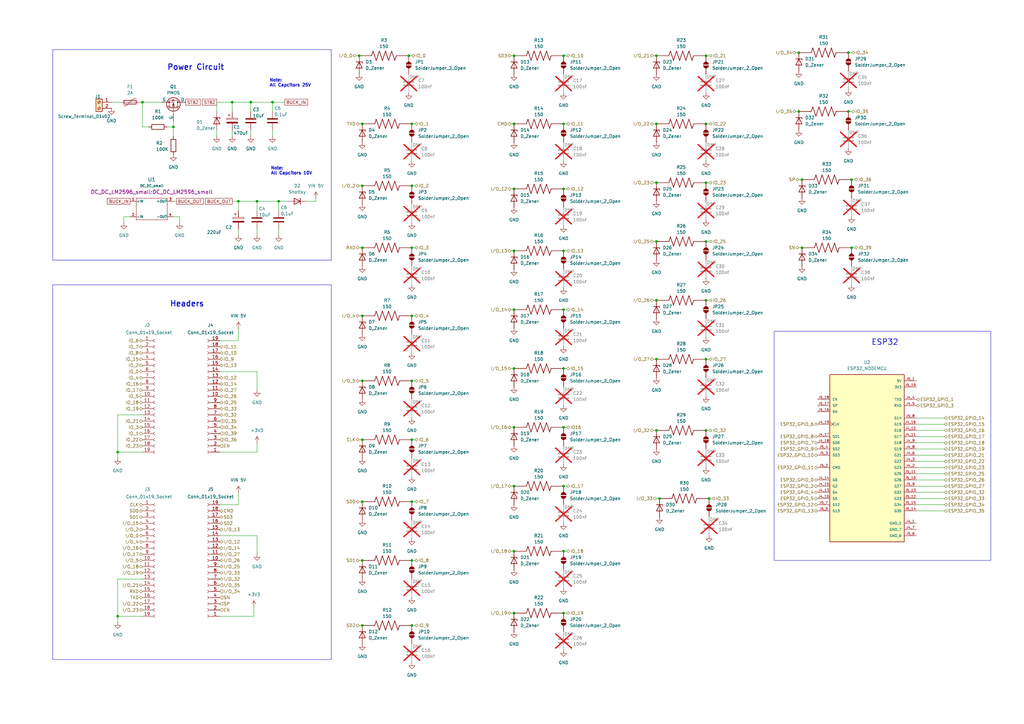
<source format=kicad_sch>
(kicad_sch (version 20250114) (generator "eeschema") (generator_version "9.0")
  (paper "A3")
  (title_block (title "ESP32 CARRIER BOARD") (rev "TRIAL") (company "KCT"))
  (rectangle (start 317.5 135.89) (end 406.4 229.87))
  (rectangle (start 21.59 116.84) (end 135.89 270.51))
  (rectangle (start 21.59 20.32) (end 135.89 106.68))
  (text "Power Circuit" (at 80.264 27.686 0) (effects (font (size 2.286 2.286) (thickness 0.3556) (bold yes))))
  (text "Headers\n" (at 76.708 124.714 0) (effects (font (size 2.286 2.286) (thickness 0.3556) (bold yes))))
  (text "Note:\nAll Capcitors 25V" (at 110.49 34.036 0) (effects (font (size 1.27 1.27) (thickness 0.254) (bold yes)) (justify left)))
  (text "ESP32\n" (at 362.966 140.462 0) (effects (font (size 2.286 2.286) (thickness 0.254) (bold yes))))
  (text "Note:\nAll Capcitors 10V" (at 110.998 70.104 0) (effects (font (size 1.27 1.27) (thickness 0.254) (bold yes)) (justify left)))
  (junction (at 114.3 82.55))
  (junction (at 328.93 73.66))
  (junction (at 289.56 74.93))
  (junction (at 48.26 185.42))
  (junction (at 289.56 99.06))
  (junction (at 289.56 123.19))
  (junction (at 231.14 102.87))
  (junction (at 210.82 102.87))
  (junction (at 168.91 205.74))
  (junction (at 168.91 76.2))
  (junction (at 349.25 73.66))
  (junction (at 48.26 252.73))
  (junction (at 328.93 101.6))
  (junction (at 231.14 50.8))
  (junction (at 269.24 74.93))
  (junction (at 269.24 176.53))
  (junction (at 95.25 41.91))
  (junction (at 210.82 50.8))
  (junction (at 71.12 52.07))
  (junction (at 210.82 151.13))
  (junction (at 97.79 82.55))
  (junction (at 58.42 41.91))
  (junction (at 168.91 256.54))
  (junction (at 210.82 22.86))
  (junction (at 210.82 127))
  (junction (at 210.82 199.39))
  (junction (at 231.14 77.47))
  (junction (at 269.24 99.06))
  (junction (at 148.59 156.21))
  (junction (at 231.14 251.46))
  (junction (at 210.82 77.47))
  (junction (at 269.24 50.8))
  (junction (at 349.25 101.6))
  (junction (at 290.83 204.47))
  (junction (at 289.56 176.53))
  (junction (at 168.91 229.87))
  (junction (at 269.24 123.19))
  (junction (at 168.91 50.8))
  (junction (at 269.24 22.86))
  (junction (at 148.59 229.87))
  (junction (at 327.66 45.72))
  (junction (at 347.98 21.59))
  (junction (at 347.98 45.72))
  (junction (at 289.56 22.86))
  (junction (at 148.59 50.8))
  (junction (at 231.14 22.86))
  (junction (at 168.91 156.21))
  (junction (at 269.24 147.32))
  (junction (at 231.14 151.13))
  (junction (at 111.76 41.91))
  (junction (at 289.56 147.32))
  (junction (at 147.32 22.86))
  (junction (at 327.66 21.59))
  (junction (at 168.91 180.34))
  (junction (at 148.59 180.34))
  (junction (at 289.56 50.8))
  (junction (at 168.91 101.6))
  (junction (at 231.14 226.06))
  (junction (at 210.82 251.46))
  (junction (at 210.82 226.06))
  (junction (at 148.59 129.54))
  (junction (at 105.41 82.55))
  (junction (at 148.59 205.74))
  (junction (at 102.87 41.91))
  (junction (at 167.64 22.86))
  (junction (at 270.51 204.47))
  (junction (at 231.14 175.26))
  (junction (at 210.82 175.26))
  (junction (at 168.91 129.54))
  (junction (at 148.59 101.6))
  (junction (at 231.14 199.39))
  (junction (at 148.59 256.54))
  (junction (at 231.14 127))
  (junction (at 148.59 76.2))
  (wire (pts (xy 387.35 191.77) (xy 375.92 191.77)))
  (wire (pts (xy 48.26 170.18) (xy 48.26 185.42)))
  (wire (pts (xy 168.91 129.54) (xy 170.18 129.54)))
  (wire (pts (xy 209.55 127) (xy 210.82 127)))
  (wire (pts (xy 147.32 180.34) (xy 148.59 180.34)))
  (wire (pts (xy 147.32 205.74) (xy 148.59 205.74)))
  (wire (pts (xy 267.97 176.53) (xy 269.24 176.53)))
  (wire (pts (xy 231.14 251.46) (xy 232.41 251.46)))
  (wire (pts (xy 267.97 50.8) (xy 269.24 50.8)))
  (wire (pts (xy 289.56 123.19) (xy 290.83 123.19)))
  (wire (pts (xy 114.3 93.98) (xy 114.3 96.52)))
  (wire (pts (xy 289.56 176.53) (xy 290.83 176.53)))
  (wire (pts (xy 168.91 76.2) (xy 170.18 76.2)))
  (wire (pts (xy 48.26 237.49) (xy 58.42 237.49)))
  (wire (pts (xy 269.24 204.47) (xy 270.51 204.47)))
  (wire (pts (xy 168.91 205.74) (xy 170.18 205.74)))
  (wire (pts (xy 168.91 256.54) (xy 170.18 256.54)))
  (wire (pts (xy 105.41 185.42) (xy 105.41 181.61)))
  (wire (pts (xy 88.9 41.91) (xy 95.25 41.91)))
  (wire (pts (xy 231.14 226.06) (xy 232.41 226.06)))
  (wire (pts (xy 105.41 160.02) (xy 105.41 152.4)))
  (wire (pts (xy 231.14 175.26) (xy 232.41 175.26)))
  (wire (pts (xy 209.55 251.46) (xy 210.82 251.46)))
  (wire (pts (xy 147.32 76.2) (xy 148.59 76.2)))
  (wire (pts (xy 71.12 52.07) (xy 71.12 49.53)))
  (wire (pts (xy 209.55 22.86) (xy 210.82 22.86)))
  (wire (pts (xy 387.35 201.93) (xy 375.92 201.93)))
  (wire (pts (xy 129.54 82.55) (xy 129.54 81.28)))
  (wire (pts (xy 45.72 41.91) (xy 49.53 41.91)))
  (wire (pts (xy 50.8 88.9) (xy 50.8 91.44)))
  (wire (pts (xy 209.55 50.8) (xy 210.82 50.8)))
  (wire (pts (xy 111.76 41.91) (xy 116.84 41.91)))
  (wire (pts (xy 168.91 180.34) (xy 170.18 180.34)))
  (wire (pts (xy 114.3 82.55) (xy 118.11 82.55)))
  (wire (pts (xy 290.83 204.47) (xy 292.1 204.47)))
  (wire (pts (xy 147.32 229.87) (xy 148.59 229.87)))
  (wire (pts (xy 102.87 41.91) (xy 111.76 41.91)))
  (wire (pts (xy 209.55 199.39) (xy 210.82 199.39)))
  (wire (pts (xy 267.97 22.86) (xy 269.24 22.86)))
  (wire (pts (xy 71.12 55.88) (xy 71.12 52.07)))
  (wire (pts (xy 97.79 93.98) (xy 97.79 96.52)))
  (wire (pts (xy 58.42 185.42) (xy 48.26 185.42)))
  (wire (pts (xy 387.35 181.61) (xy 375.92 181.61)))
  (wire (pts (xy 167.64 22.86) (xy 168.91 22.86)))
  (wire (pts (xy 147.32 50.8) (xy 148.59 50.8)))
  (wire (pts (xy 349.25 101.6) (xy 350.52 101.6)))
  (wire (pts (xy 349.25 73.66) (xy 350.52 73.66)))
  (wire (pts (xy 387.35 204.47) (xy 375.92 204.47)))
  (wire (pts (xy 168.91 101.6) (xy 170.18 101.6)))
  (wire (pts (xy 105.41 82.55) (xy 114.3 82.55)))
  (wire (pts (xy 327.66 73.66) (xy 328.93 73.66)))
  (wire (pts (xy 95.25 41.91) (xy 102.87 41.91)))
  (wire (pts (xy 97.79 82.55) (xy 97.79 86.36)))
  (wire (pts (xy 73.66 88.9) (xy 73.66 91.44)))
  (wire (pts (xy 387.35 186.69) (xy 375.92 186.69)))
  (wire (pts (xy 231.14 22.86) (xy 232.41 22.86)))
  (wire (pts (xy 267.97 147.32) (xy 269.24 147.32)))
  (wire (pts (xy 97.79 207.01) (xy 90.17 207.01)))
  (wire (pts (xy 147.32 101.6) (xy 148.59 101.6)))
  (wire (pts (xy 209.55 151.13) (xy 210.82 151.13)))
  (wire (pts (xy 97.79 139.7) (xy 90.17 139.7)))
  (wire (pts (xy 231.14 151.13) (xy 232.41 151.13)))
  (wire (pts (xy 231.14 102.87) (xy 232.41 102.87)))
  (wire (pts (xy 347.98 45.72) (xy 349.25 45.72)))
  (wire (pts (xy 209.55 226.06) (xy 210.82 226.06)))
  (wire (pts (xy 387.35 173.99) (xy 375.92 173.99)))
  (wire (pts (xy 68.58 52.07) (xy 71.12 52.07)))
  (wire (pts (xy 347.98 21.59) (xy 349.25 21.59)))
  (wire (pts (xy 102.87 53.34) (xy 102.87 55.88)))
  (wire (pts (xy 125.73 82.55) (xy 129.54 82.55)))
  (wire (pts (xy 60.96 52.07) (xy 58.42 52.07)))
  (wire (pts (xy 97.79 201.93) (xy 97.79 207.01)))
  (wire (pts (xy 231.14 77.47) (xy 232.41 77.47)))
  (wire (pts (xy 105.41 82.55) (xy 105.41 86.36)))
  (wire (pts (xy 48.26 170.18) (xy 58.42 170.18)))
  (wire (pts (xy 114.3 82.55) (xy 114.3 86.36)))
  (wire (pts (xy 387.35 207.01) (xy 375.92 207.01)))
  (wire (pts (xy 105.41 219.71) (xy 90.17 219.71)))
  (wire (pts (xy 48.26 185.42) (xy 48.26 187.96)))
  (wire (pts (xy 231.14 199.39) (xy 232.41 199.39)))
  (wire (pts (xy 387.35 199.39) (xy 375.92 199.39)))
  (wire (pts (xy 289.56 74.93) (xy 290.83 74.93)))
  (wire (pts (xy 58.42 252.73) (xy 48.26 252.73)))
  (wire (pts (xy 326.39 21.59) (xy 327.66 21.59)))
  (wire (pts (xy 289.56 50.8) (xy 290.83 50.8)))
  (wire (pts (xy 387.35 196.85) (xy 375.92 196.85)))
  (wire (pts (xy 168.91 50.8) (xy 170.18 50.8)))
  (wire (pts (xy 105.41 93.98) (xy 105.41 96.52)))
  (wire (pts (xy 95.25 82.55) (xy 97.79 82.55)))
  (wire (pts (xy 102.87 41.91) (xy 102.87 45.72)))
  (wire (pts (xy 95.25 53.34) (xy 95.25 55.88)))
  (wire (pts (xy 66.04 41.91) (xy 58.42 41.91)))
  (wire (pts (xy 387.35 194.31) (xy 375.92 194.31)))
  (wire (pts (xy 90.17 185.42) (xy 105.41 185.42)))
  (wire (pts (xy 231.14 50.8) (xy 232.41 50.8)))
  (wire (pts (xy 387.35 209.55) (xy 375.92 209.55)))
  (wire (pts (xy 147.32 129.54) (xy 148.59 129.54)))
  (wire (pts (xy 97.79 82.55) (xy 105.41 82.55)))
  (wire (pts (xy 289.56 22.86) (xy 290.83 22.86)))
  (wire (pts (xy 48.26 252.73) (xy 48.26 255.27)))
  (wire (pts (xy 48.26 237.49) (xy 48.26 252.73)))
  (wire (pts (xy 95.25 41.91) (xy 95.25 45.72)))
  (wire (pts (xy 105.41 152.4) (xy 90.17 152.4)))
  (wire (pts (xy 71.12 88.9) (xy 73.66 88.9)))
  (wire (pts (xy 289.56 147.32) (xy 290.83 147.32)))
  (wire (pts (xy 387.35 176.53) (xy 375.92 176.53)))
  (wire (pts (xy 97.79 134.62) (xy 97.79 139.7)))
  (wire (pts (xy 111.76 41.91) (xy 111.76 45.72)))
  (wire (pts (xy 387.35 184.15) (xy 375.92 184.15)))
  (wire (pts (xy 387.35 179.07) (xy 375.92 179.07)))
  (wire (pts (xy 104.14 252.73) (xy 104.14 248.92)))
  (wire (pts (xy 267.97 74.93) (xy 269.24 74.93)))
  (wire (pts (xy 231.14 127) (xy 232.41 127)))
  (wire (pts (xy 147.32 156.21) (xy 148.59 156.21)))
  (wire (pts (xy 111.76 53.34) (xy 111.76 55.88)))
  (wire (pts (xy 326.39 45.72) (xy 327.66 45.72)))
  (wire (pts (xy 387.35 171.45) (xy 375.92 171.45)))
  (wire (pts (xy 267.97 123.19) (xy 269.24 123.19)))
  (wire (pts (xy 168.91 229.87) (xy 170.18 229.87)))
  (wire (pts (xy 58.42 41.91) (xy 57.15 41.91)))
  (wire (pts (xy 209.55 175.26) (xy 210.82 175.26)))
  (wire (pts (xy 387.35 189.23) (xy 375.92 189.23)))
  (wire (pts (xy 209.55 102.87) (xy 210.82 102.87)))
  (wire (pts (xy 88.9 53.34) (xy 88.9 55.88)))
  (wire (pts (xy 209.55 77.47) (xy 210.82 77.47)))
  (wire (pts (xy 53.34 88.9) (xy 50.8 88.9)))
  (wire (pts (xy 327.66 101.6) (xy 328.93 101.6)))
  (wire (pts (xy 90.17 252.73) (xy 104.14 252.73)))
  (wire (pts (xy 105.41 227.33) (xy 105.41 219.71)))
  (wire (pts (xy 147.32 256.54) (xy 148.59 256.54)))
  (wire (pts (xy 267.97 99.06) (xy 269.24 99.06)))
  (wire (pts (xy 58.42 52.07) (xy 58.42 41.91)))
  (wire (pts (xy 71.12 82.55) (xy 72.39 82.55)))
  (wire (pts (xy 289.56 99.06) (xy 290.83 99.06)))
  (wire (pts (xy 168.91 156.21) (xy 170.18 156.21)))
  (wire (pts (xy 146.05 22.86) (xy 147.32 22.86)))
  (wire (pts (xy 88.9 45.72) (xy 88.9 41.91)))
  (global_label "BUCK_OUT" (shape passive) (at 95.25 82.55 180) (property "Intersheetrefs" "${INTERSHEET_REFS}" (effects (hide yes))))
  (global_label "STBZ" (shape passive) (at 88.9 41.91 180) (property "Intersheetrefs" "${INTERSHEET_REFS}" (effects (hide yes))))
  (global_label "BUCK_IN" (shape passive) (at 116.84 41.91 0) (property "Intersheetrefs" "${INTERSHEET_REFS}" (effects (hide yes))))
  (global_label "BUCK_OUT" (shape passive) (at 72.39 82.55 0) (property "Intersheetrefs" "${INTERSHEET_REFS}" (effects (hide yes))))
  (global_label "BUCK_IN" (shape passive) (at 53.34 82.55 180) (property "Intersheetrefs" "${INTERSHEET_REFS}" (effects (hide yes))))
  (global_label "STBZ" (shape passive) (at 76.2 41.91 0) (property "Intersheetrefs" "${INTERSHEET_REFS}" (effects (hide yes))))
  (hierarchical_label "IO_2" (shape bidirectional) (at 58.42 149.86 180))
  (hierarchical_label "SD3" (shape bidirectional) (at 90.17 212.09 0))
  (hierarchical_label "I{slash}O_33" (shape bidirectional) (at 269.24 204.47 180))
  (hierarchical_label "IO_34" (shape bidirectional) (at 349.25 21.59 0))
  (hierarchical_label "IO_35" (shape input) (at 90.17 172.72 0))
  (hierarchical_label "ESP32_GPIO­_1" (shape bidirectional) (at 375.92 163.83 0))
  (hierarchical_label "ESP32_GPIO_9" (shape bidirectional) (at 335.28 184.15 180))
  (hierarchical_label "I{slash}O_35" (shape input) (at 90.17 240.03 0))
  (hierarchical_label "ESP32_GPIO_5" (shape bidirectional) (at 335.28 204.47 180))
  (hierarchical_label "IO_39" (shape bidirectional) (at 350.52 101.6 0))
  (hierarchical_label "I{slash}O_12" (shape bidirectional) (at 209.55 77.47 180))
  (hierarchical_label "IO_22" (shape bidirectional) (at 58.42 180.34 180))
  (hierarchical_label "IO_5" (shape bidirectional) (at 170.18 156.21 0))
  (hierarchical_label "ESP32_GPIO_0" (shape bidirectional) (at 335.28 196.85 180))
  (hierarchical_label "IO_1" (shape bidirectional) (at 170.18 50.8 0))
  (hierarchical_label "I{slash}O_34" (shape bidirectional) (at 326.39 21.59 180))
  (hierarchical_label "I{slash}O_32" (shape bidirectional) (at 90.17 237.49 0))
  (hierarchical_label "SP" (shape input) (at 90.17 247.65 0))
  (hierarchical_label "I{slash}O_18" (shape bidirectional) (at 58.42 232.41 180))
  (hierarchical_label "IO_23" (shape bidirectional) (at 58.42 182.88 180))
  (hierarchical_label "IO_35" (shape bidirectional) (at 349.25 45.72 0))
  (hierarchical_label "ESP32_GPIO_21" (shape bidirectional) (at 387.35 186.69 0))
  (hierarchical_label "IO_33" (shape bidirectional) (at 90.17 167.64 0))
  (hierarchical_label "IO_25" (shape bidirectional) (at 90.17 165.1 0))
  (hierarchical_label "IO_8" (shape bidirectional) (at 58.42 144.78 180))
  (hierarchical_label "ESP32_GPIO_22" (shape bidirectional) (at 387.35 189.23 0))
  (hierarchical_label "CLK" (shape bidirectional) (at 147.32 180.34 180))
  (hierarchical_label "ESP32_GPIO_10" (shape bidirectional) (at 335.28 186.69 180))
  (hierarchical_label "I{slash}O_16" (shape bidirectional) (at 209.55 175.26 180))
  (hierarchical_label "SP" (shape bidirectional) (at 327.66 73.66 180))
  (hierarchical_label "IO_16" (shape bidirectional) (at 58.42 157.48 180))
  (hierarchical_label "ESP32_GPIO_34" (shape bidirectional) (at 387.35 207.01 0))
  (hierarchical_label "I{slash}O_4" (shape bidirectional) (at 58.42 222.25 180))
  (hierarchical_label "IO_36" (shape input) (at 90.17 180.34 0))
  (hierarchical_label "IO_18" (shape bidirectional) (at 232.41 226.06 0))
  (hierarchical_label "ESP32_GPIO_12" (shape bidirectional) (at 335.28 207.01 180))
  (hierarchical_label "ESP32_GPIO_4" (shape bidirectional) (at 335.28 201.93 180))
  (hierarchical_label "IO_8" (shape bidirectional) (at 170.18 229.87 0))
  (hierarchical_label "IO_2" (shape bidirectional) (at 170.18 76.2 0))
  (hierarchical_label "IO_11" (shape bidirectional) (at 90.17 142.24 0))
  (hierarchical_label "I{slash}O_17" (shape bidirectional) (at 209.55 199.39 180))
  (hierarchical_label "SD2" (shape bidirectional) (at 147.32 256.54 180))
  (hierarchical_label "SD3" (shape bidirectional) (at 209.55 22.86 180))
  (hierarchical_label "I{slash}O_22" (shape bidirectional) (at 267.97 50.8 180))
  (hierarchical_label "I{slash}O_22" (shape bidirectional) (at 58.42 247.65 180))
  (hierarchical_label "ESP32_GPIO_25" (shape bidirectional) (at 387.35 194.31 0))
  (hierarchical_label "IO_14" (shape bidirectional) (at 90.17 157.48 0))
  (hierarchical_label "IO_21" (shape bidirectional) (at 290.83 22.86 0))
  (hierarchical_label "IO_18" (shape bidirectional) (at 58.42 165.1 180))
  (hierarchical_label "IO_15" (shape bidirectional) (at 58.42 147.32 180))
  (hierarchical_label "I{slash}O_19" (shape bidirectional) (at 58.42 234.95 180))
  (hierarchical_label "I{slash}O_21" (shape bidirectional) (at 267.97 22.86 180))
  (hierarchical_label "ESP32_GPIO_2" (shape bidirectional) (at 335.28 199.39 180))
  (hierarchical_label "I{slash}O_27" (shape bidirectional) (at 90.17 227.33 0))
  (hierarchical_label "IO_26" (shape bidirectional) (at 290.83 123.19 0))
  (hierarchical_label "I{slash}O_2" (shape bidirectional) (at 58.42 217.17 180))
  (hierarchical_label "ESP32_GPIO_23" (shape bidirectional) (at 387.35 191.77 0))
  (hierarchical_label "SD1" (shape bidirectional) (at 58.42 212.09 180))
  (hierarchical_label "I{slash}O_26" (shape bidirectional) (at 90.17 229.87 0))
  (hierarchical_label "IO_1" (shape bidirectional) (at 58.42 177.8 180))
  (hierarchical_label "IO_9" (shape bidirectional) (at 170.18 256.54 0))
  (hierarchical_label "SD0" (shape bidirectional) (at 147.32 205.74 180))
  (hierarchical_label "IO_12" (shape bidirectional) (at 232.41 77.47 0))
  (hierarchical_label "IO_12" (shape bidirectional) (at 90.17 154.94 0))
  (hierarchical_label "SD0" (shape bidirectional) (at 58.42 209.55 180))
  (hierarchical_label "IO_4" (shape bidirectional) (at 58.42 154.94 180))
  (hierarchical_label "I{slash}O_12" (shape bidirectional) (at 90.17 222.25 0))
  (hierarchical_label "IO_13" (shape bidirectional) (at 232.41 102.87 0))
  (hierarchical_label "ESP32_GPIO_13" (shape bidirectional) (at 335.28 209.55 180))
  (hierarchical_label "ESP32_GPIO_32" (shape bidirectional) (at 387.35 201.93 0))
  (hierarchical_label "RXD" (shape bidirectional) (at 58.42 242.57 180))
  (hierarchical_label "ESP32_GPIO_27" (shape bidirectional) (at 387.35 199.39 0))
  (hierarchical_label "IO_14" (shape bidirectional) (at 232.41 127 0))
  (hierarchical_label "IO_36" (shape bidirectional) (at 350.52 73.66 0))
  (hierarchical_label "ESP32_GPIO_15" (shape bidirectional) (at 387.35 173.99 0))
  (hierarchical_label "ESP32_GPIO_8" (shape bidirectional) (at 335.28 179.07 180))
  (hierarchical_label "ESP32_GPIO_26" (shape bidirectional) (at 387.35 196.85 0))
  (hierarchical_label "I{slash}O_0" (shape bidirectional) (at 58.42 219.71 180))
  (hierarchical_label "IO_9" (shape bidirectional) (at 90.17 147.32 0))
  (hierarchical_label "I{slash}O_33" (shape bidirectional) (at 90.17 234.95 0))
  (hierarchical_label "IO_10" (shape bidirectional) (at 90.17 144.78 0))
  (hierarchical_label "SN" (shape bidirectional) (at 327.66 101.6 180))
  (hierarchical_label "IO_6" (shape bidirectional) (at 170.18 180.34 0))
  (hierarchical_label "IO_0" (shape bidirectional) (at 168.91 22.86 0))
  (hierarchical_label "ESP32_GPIO_17" (shape bidirectional) (at 387.35 179.07 0))
  (hierarchical_label "CMD" (shape bidirectional) (at 90.17 209.55 0))
  (hierarchical_label "SD1" (shape bidirectional) (at 147.32 229.87 180))
  (hierarchical_label "IO_33" (shape bidirectional) (at 292.1 204.47 0))
  (hierarchical_label "I{slash}O_23" (shape bidirectional) (at 58.42 250.19 180))
  (hierarchical_label "IO_4" (shape bidirectional) (at 170.18 129.54 0))
  (hierarchical_label "IO_32" (shape bidirectional) (at 90.17 170.18 0))
  (hierarchical_label "ESP32_GPIO_18" (shape bidirectional) (at 387.35 181.61 0))
  (hierarchical_label "CMD" (shape bidirectional) (at 209.55 50.8 180))
  (hierarchical_label "IO_7" (shape bidirectional) (at 58.42 142.24 180))
  (hierarchical_label "IO_19" (shape bidirectional) (at 232.41 251.46 0))
  (hierarchical_label "IO_10" (shape bidirectional) (at 232.41 22.86 0))
  (hierarchical_label "ESP32_GPIO_11" (shape bidirectional) (at 335.28 191.77 180))
  (hierarchical_label "EN" (shape input) (at 90.17 182.88 0))
  (hierarchical_label "I{slash}O_2" (shape bidirectional) (at 147.32 76.2 180))
  (hierarchical_label "CLK" (shape bidirectional) (at 58.42 207.01 180))
  (hierarchical_label "ESP32_GPIO_6" (shape bidirectional) (at 335.28 173.99 180))
  (hierarchical_label "IO_3" (shape bidirectional) (at 170.18 101.6 0))
  (hierarchical_label "I{slash}O_35" (shape bidirectional) (at 326.39 45.72 180))
  (hierarchical_label "I{slash}O_14" (shape bidirectional) (at 209.55 127 180))
  (hierarchical_label "IO_19" (shape bidirectional) (at 58.42 167.64 180))
  (hierarchical_label "ESP32_GPIO_7" (shape bidirectional) (at 335.28 181.61 180))
  (hierarchical_label "IO_27" (shape bidirectional) (at 290.83 147.32 0))
  (hierarchical_label "I{slash}O_0" (shape bidirectional) (at 146.05 22.86 180))
  (hierarchical_label "I{slash}O_16" (shape bidirectional) (at 58.42 224.79 180))
  (hierarchical_label "I{slash}O_5" (shape bidirectional) (at 58.42 229.87 180))
  (hierarchical_label "I{slash}O_27" (shape bidirectional) (at 267.97 147.32 180))
  (hierarchical_label "IO_32" (shape bidirectional) (at 290.83 176.53 0))
  (hierarchical_label "I{slash}O_21" (shape bidirectional) (at 58.42 240.03 180))
  (hierarchical_label "SD2" (shape bidirectional) (at 90.17 214.63 0))
  (hierarchical_label "SN" (shape input) (at 90.17 245.11 0))
  (hierarchical_label "I{slash}O_25" (shape bidirectional) (at 267.97 99.06 180))
  (hierarchical_label "IO_22" (shape bidirectional) (at 290.83 50.8 0))
  (hierarchical_label "EN" (shape input) (at 90.17 250.19 0))
  (hierarchical_label "ESP32_GPIO_16" (shape bidirectional) (at 387.35 176.53 0))
  (hierarchical_label "I{slash}O_5" (shape bidirectional) (at 147.32 156.21 180))
  (hierarchical_label "IO_13" (shape bidirectional) (at 90.17 149.86 0))
  (hierarchical_label "IO_23" (shape bidirectional) (at 290.83 74.93 0))
  (hierarchical_label "I{slash}O_26" (shape bidirectional) (at 267.97 123.19 180))
  (hierarchical_label "IO_5" (shape bidirectional) (at 58.42 162.56 180))
  (hierarchical_label "IO_27" (shape bidirectional) (at 90.17 160.02 0))
  (hierarchical_label "ESP32_GPIO­_3" (shape bidirectional) (at 375.92 166.37 0))
  (hierarchical_label "IO_26" (shape bidirectional) (at 90.17 162.56 0))
  (hierarchical_label "IO_25" (shape bidirectional) (at 290.83 99.06 0))
  (hierarchical_label "ESP32_GPIO_35" (shape bidirectional) (at 387.35 209.55 0))
  (hierarchical_label "I{slash}O_4" (shape bidirectional) (at 147.32 129.54 180))
  (hierarchical_label "IO_15" (shape bidirectional) (at 232.41 151.13 0))
  (hierarchical_label "IO_6" (shape bidirectional) (at 58.42 139.7 180))
  (hierarchical_label "IO_39" (shape input) (at 90.17 177.8 0))
  (hierarchical_label "I{slash}O_14" (shape bidirectional) (at 90.17 224.79 0))
  (hierarchical_label "I{slash}O_15" (shape bidirectional) (at 58.42 214.63 180))
  (hierarchical_label "ESP32_GPIO_33" (shape bidirectional) (at 387.35 204.47 0))
  (hierarchical_label "I{slash}O_25" (shape bidirectional) (at 90.17 232.41 0))
  (hierarchical_label "I{slash}O_23" (shape bidirectional) (at 267.97 74.93 180))
  (hierarchical_label "IO_11" (shape bidirectional) (at 232.41 50.8 0))
  (hierarchical_label "I{slash}O_13" (shape bidirectional) (at 90.17 217.17 0))
  (hierarchical_label "IO_17" (shape bidirectional) (at 58.42 160.02 180))
  (hierarchical_label "IO_21" (shape bidirectional) (at 58.42 172.72 180))
  (hierarchical_label "IO_34" (shape input) (at 90.17 175.26 0))
  (hierarchical_label "IO_3" (shape bidirectional) (at 58.42 175.26 180))
  (hierarchical_label "I{slash}O_32" (shape bidirectional) (at 267.97 176.53 180))
  (hierarchical_label "I{slash}O_18" (shape bidirectional) (at 209.55 226.06 180))
  (hierarchical_label "I{slash}O_19" (shape bidirectional) (at 209.55 251.46 180))
  (hierarchical_label "IO_7" (shape bidirectional) (at 170.18 205.74 0))
  (hierarchical_label "RXD" (shape bidirectional) (at 147.32 101.6 180))
  (hierarchical_label "ESP32_GPIO_19" (shape bidirectional) (at 387.35 184.15 0))
  (hierarchical_label "I{slash}O_34" (shape input) (at 90.17 242.57 0))
  (hierarchical_label "I{slash}O_17" (shape bidirectional) (at 58.42 227.33 180))
  (hierarchical_label "IO_17" (shape bidirectional) (at 232.41 199.39 0))
  (hierarchical_label "TXD" (shape bidirectional) (at 147.32 50.8 180))
  (hierarchical_label "IO16" (shape bidirectional) (at 232.41 175.26 0))
  (hierarchical_label "ESP32_GPIO­_14" (shape bidirectional) (at 387.35 171.45 0))
  (hierarchical_label "I{slash}O_13" (shape bidirectional) (at 209.55 102.87 180))
  (hierarchical_label "I{slash}O_15" (shape bidirectional) (at 209.55 151.13 180))
  (hierarchical_label "IO_0" (shape bidirectional) (at 58.42 152.4 180))
  (hierarchical_label "TXD" (shape bidirectional) (at 58.42 245.11 180))
  (symbol (lib_id "Jumper:SolderJumper_2_Open") (at 347.98 49.53 90) (unit 1) (in_bom no)
    (property "Reference" "JP30" (at 350.52 48.2599 90) (effects (justify right)))
    (property "Value" "SolderJumper_2_Open" (at 350.52 50.7999 90) (effects (justify right)))
    (property "Footprint" "Jumper:SolderJumper-2_P1.3mm_Open_Pad1.0x1.5mm" (effects (hide yes)))
    (property "Description" "Solder Jumper, 2-pole, open" (effects (hide yes)))
  )
  (symbol (lib_id "power:GND") (at 148.59 187.96 0) (unit 1)
    (property "Reference" "#PWR027" (effects (hide yes)))
    (property "Value" "GND" (at 148.59 193.04 0))
    (property "Description" "Power symbol creates a global label with name \"GND\" , ground" (effects (hide yes)))
  )
  (symbol (lib_id "Device:D_Zener") (at 269.24 127 270) (unit 1)
    (property "Reference" "D27" (at 271.78 125.7299 90) (effects (justify left)))
    (property "Value" "D_Zener" (at 271.78 128.2699 90) (effects (justify left)))
    (property "Footprint" "Diode_SMD:D_SOD-882" (effects (hide yes)))
    (property "Description" "Zener diode" (effects (hide yes)))
  )
  (symbol (lib_id "Jumper:SolderJumper_2_Open") (at 349.25 77.47 90) (unit 1) (in_bom no)
    (property "Reference" "JP31" (at 351.79 76.1999 90) (effects (justify right)))
    (property "Value" "SolderJumper_2_Open" (at 351.79 78.7399 90) (effects (justify right)))
    (property "Footprint" "Jumper:SolderJumper-2_P1.3mm_Open_Pad1.0x1.5mm" (effects (hide yes)))
    (property "Description" "Solder Jumper, 2-pole, open" (effects (hide yes)))
  )
  (symbol (lib_id "RC0805FR-07330RL:RC0805FR-07330RL") (at 157.48 22.86 0) (unit 1)
    (property "Reference" "R3" (at 157.48 16.51 0))
    (property "Value" "150" (at 157.48 19.05 0))
    (property "Footprint" "RC0805FR-07330RL:RESC2012X60N" (effects (hide yes)))
  )
  (symbol (lib_id "power:GND") (at 210.82 207.01 0) (unit 1)
    (property "Reference" "#PWR048" (effects (hide yes)))
    (property "Value" "GND" (at 210.82 212.09 0))
    (property "Description" "Power symbol creates a global label with name \"GND\" , ground" (effects (hide yes)))
  )
  (symbol (lib_id "power:GND") (at 148.59 163.83 0) (unit 1)
    (property "Reference" "#PWR026" (effects (hide yes)))
    (property "Value" "GND" (at 148.59 168.91 0))
    (property "Description" "Power symbol creates a global label with name \"GND\" , ground" (effects (hide yes)))
  )
  (symbol (lib_id "Device:C_Polarized") (at 95.25 49.53 0) (unit 1)
    (property "Reference" "C1" (at 95.758 52.07 0) (effects (justify left)))
    (property "Value" "470uF" (at 95.758 54.61 0) (effects (justify left)))
    (property "Footprint" "Capacitor_THT:CP_Radial_D6.3mm_P2.50mm" (effects (hide yes)))
    (property "Description" "Polarized capacitor" (effects (hide yes)))
  )
  (symbol (lib_id "power:GND") (at 327.66 29.21 0) (unit 1)
    (property "Reference" "#PWR077" (effects (hide yes)))
    (property "Value" "GND" (at 327.66 34.29 0))
    (property "Description" "Power symbol creates a global label with name \"GND\" , ground" (effects (hide yes)))
  )
  (symbol (lib_id "RC0805FR-07330RL:RC0805FR-07330RL") (at 158.75 50.8 0) (unit 1)
    (property "Reference" "R4" (at 158.75 44.45 0))
    (property "Value" "150" (at 158.75 46.99 0))
    (property "Footprint" "RC0805FR-07330RL:RESC2012X60N" (effects (hide yes)))
  )
  (symbol (lib_id "RC0805FR-07330RL:RC0805FR-07330RL") (at 220.98 50.8 0) (unit 1)
    (property "Reference" "R14" (at 220.98 44.45 0))
    (property "Value" "150" (at 220.98 46.99 0))
    (property "Footprint" "RC0805FR-07330RL:RESC2012X60N" (effects (hide yes)))
  )
  (symbol (lib_id "Device:D_Zener") (at 210.82 26.67 270) (unit 1)
    (property "Reference" "D13" (at 213.36 25.3999 90) (effects (justify left)))
    (property "Value" "D_Zener" (at 213.36 27.9399 90) (effects (justify left)))
    (property "Footprint" "Diode_SMD:D_SOD-882" (effects (hide yes)))
    (property "Description" "Zener diode" (effects (hide yes)))
  )
  (symbol (lib_id "Jumper:SolderJumper_2_Open") (at 168.91 260.35 90) (unit 1) (in_bom no)
    (property "Reference" "JP10" (at 171.45 259.0799 90) (effects (justify right)))
    (property "Value" "SolderJumper_2_Open" (at 171.45 261.6199 90) (effects (justify right)))
    (property "Footprint" "Jumper:SolderJumper-2_P1.3mm_Open_Pad1.0x1.5mm" (effects (hide yes)))
    (property "Description" "Solder Jumper, 2-pole, open" (effects (hide yes)))
  )
  (symbol (lib_id "Jumper:SolderJumper_2_Open") (at 289.56 180.34 90) (unit 1) (in_bom no)
    (property "Reference" "JP27" (at 292.1 179.0699 90) (effects (justify right)))
    (property "Value" "SolderJumper_2_Open" (at 292.1 181.6099 90) (effects (justify right)))
    (property "Footprint" "Jumper:SolderJumper-2_P1.3mm_Open_Pad1.0x1.5mm" (effects (hide yes)))
    (property "Description" "Solder Jumper, 2-pole, open" (effects (hide yes)))
  )
  (symbol (lib_id "Device:C") (at 349.25 85.09 0) (unit 1) (dnp yes)
    (property "Reference" "C37" (at 353.06 83.8199 0) (effects (justify left)))
    (property "Value" "100nf" (at 353.06 86.3599 0) (effects (justify left)))
    (property "Footprint" "Capacitor_SMD:C_0805_2012Metric" (effects (hide yes)))
    (property "Description" "Unpolarized capacitor" (effects (hide yes)))
    (property "Assembly" "DNP" (at 351.536 82.296 0))
  )
  (symbol (lib_id "power:GND") (at 347.98 36.83 0) (unit 1)
    (property "Reference" "#PWR081" (effects (hide yes)))
    (property "Value" "GND" (at 347.98 41.91 0))
    (property "Description" "Power symbol creates a global label with name \"GND\" , ground" (effects (hide yes)))
  )
  (symbol (lib_id "power:GND") (at 328.93 109.22 0) (unit 1)
    (property "Reference" "#PWR080" (effects (hide yes)))
    (property "Value" "GND" (at 328.93 114.3 0))
    (property "Description" "Power symbol creates a global label with name \"GND\" , ground" (effects (hide yes)))
  )
  (symbol (lib_id "Jumper:SolderJumper_2_Open") (at 231.14 203.2 90) (unit 1) (in_bom no)
    (property "Reference" "JP18" (at 233.68 201.9299 90) (effects (justify right)))
    (property "Value" "SolderJumper_2_Open" (at 233.68 204.4699 90) (effects (justify right)))
    (property "Footprint" "Jumper:SolderJumper-2_P1.3mm_Open_Pad1.0x1.5mm" (effects (hide yes)))
    (property "Description" "Solder Jumper, 2-pole, open" (effects (hide yes)))
  )
  (symbol (lib_id "power:+3V3") (at 104.14 248.92 0) (unit 1)
    (property "Reference" "#PWR013" (effects (hide yes)))
    (property "Value" "+3V3" (at 104.14 243.84 0))
    (property "Description" "Power symbol creates a global label with name \"+3V3\"" (effects (hide yes)))
  )
  (symbol (lib_id "power:GND") (at 289.56 38.1 0) (unit 1)
    (property "Reference" "#PWR069" (effects (hide yes)))
    (property "Value" "GND" (at 289.56 43.18 0))
    (property "Description" "Power symbol creates a global label with name \"GND\" , ground" (effects (hide yes)))
  )
  (symbol (lib_id "Device:C") (at 111.76 49.53 0) (unit 1)
    (property "Reference" "C5" (at 112.522 44.45 0) (effects (justify left)))
    (property "Value" "0.1uF" (at 112.522 46.99 0) (effects (justify left)))
    (property "Footprint" "Capacitor_THT:C_Disc_D3.0mm_W1.6mm_P2.50mm" (effects (hide yes)))
    (property "Description" "Unpolarized capacitor" (effects (hide yes)))
  )
  (symbol (lib_id "power:GND") (at 48.26 187.96 0) (unit 1)
    (property "Reference" "#PWR02" (effects (hide yes)))
    (property "Value" "GND" (at 48.26 193.04 0))
    (property "Description" "Power symbol creates a global label with name \"GND\" , ground" (effects (hide yes)))
  )
  (symbol (lib_id "RC0805FR-07330RL:RC0805FR-07330RL") (at 220.98 151.13 0) (unit 1)
    (property "Reference" "R18" (at 220.98 144.78 0))
    (property "Value" "150" (at 220.98 147.32 0))
    (property "Footprint" "RC0805FR-07330RL:RESC2012X60N" (effects (hide yes)))
  )
  (symbol (lib_id "power:GND") (at 269.24 58.42 0) (unit 1)
    (property "Reference" "#PWR062" (effects (hide yes)))
    (property "Value" "GND" (at 269.24 63.5 0))
    (property "Description" "Power symbol creates a global label with name \"GND\" , ground" (effects (hide yes)))
  )
  (symbol (lib_id "Jumper:SolderJumper_2_Open") (at 168.91 105.41 90) (unit 1) (in_bom no)
    (property "Reference" "JP4" (at 171.45 104.1399 90) (effects (justify right)))
    (property "Value" "SolderJumper_2_Open" (at 171.45 106.6799 90) (effects (justify right)))
    (property "Footprint" "Jumper:SolderJumper-2_P1.3mm_Open_Pad1.0x1.5mm" (effects (hide yes)))
    (property "Description" "Solder Jumper, 2-pole, open" (effects (hide yes)))
  )
  (symbol (lib_id "Device:C") (at 289.56 86.36 0) (unit 1) (dnp yes)
    (property "Reference" "C29" (at 293.37 85.0899 0) (effects (justify left)))
    (property "Value" "100nf" (at 293.37 87.6299 0) (effects (justify left)))
    (property "Footprint" "Capacitor_SMD:C_0805_2012Metric" (effects (hide yes)))
    (property "Description" "Unpolarized capacitor" (effects (hide yes)))
    (property "Assembly" "DNP" (at 291.846 83.566 0))
  )
  (symbol (lib_id "Device:D_Zener") (at 328.93 77.47 270) (unit 1)
    (property "Reference" "D33" (at 331.47 76.1999 90) (effects (justify left)))
    (property "Value" "D_Zener" (at 331.47 78.7399 90) (effects (justify left)))
    (property "Footprint" "Diode_SMD:D_SOD-882" (effects (hide yes)))
    (property "Description" "Zener diode" (effects (hide yes)))
  )
  (symbol (lib_id "power:GND") (at 327.66 53.34 0) (unit 1)
    (property "Reference" "#PWR078" (effects (hide yes)))
    (property "Value" "GND" (at 327.66 58.42 0))
    (property "Description" "Power symbol creates a global label with name \"GND\" , ground" (effects (hide yes)))
  )
  (symbol (lib_id "power:GND") (at 148.59 237.49 0) (unit 1)
    (property "Reference" "#PWR029" (effects (hide yes)))
    (property "Value" "GND" (at 148.59 242.57 0))
    (property "Description" "Power symbol creates a global label with name \"GND\" , ground" (effects (hide yes)))
  )
  (symbol (lib_id "RC0805FR-07330RL:RC0805FR-07330RL") (at 158.75 76.2 0) (unit 1)
    (property "Reference" "R5" (at 158.75 69.85 0))
    (property "Value" "150" (at 158.75 72.39 0))
    (property "Footprint" "RC0805FR-07330RL:RESC2012X60N" (effects (hide yes)))
  )
  (symbol (lib_id "power:GND") (at 231.14 214.63 0) (unit 1)
    (property "Reference" "#PWR058" (effects (hide yes)))
    (property "Value" "GND" (at 231.14 219.71 0))
    (property "Description" "Power symbol creates a global label with name \"GND\" , ground" (effects (hide yes)))
  )
  (symbol (lib_id "Device:D_Zener") (at 210.82 179.07 270) (unit 1)
    (property "Reference" "D19" (at 213.36 177.7999 90) (effects (justify left)))
    (property "Value" "D_Zener" (at 213.36 180.3399 90) (effects (justify left)))
    (property "Footprint" "Diode_SMD:D_SOD-882" (effects (hide yes)))
    (property "Description" "Zener diode" (effects (hide yes)))
  )
  (symbol (lib_id "power:GND") (at 95.25 55.88 0) (unit 1)
    (property "Reference" "#PWR08" (effects (hide yes)))
    (property "Value" "GND" (at 95.25 60.96 0))
    (property "Description" "Power symbol creates a global label with name \"GND\" , ground" (effects (hide yes)))
  )
  (symbol (lib_id "RC0805FR-07330RL:RC0805FR-07330RL") (at 279.4 123.19 0) (unit 1)
    (property "Reference" "R27" (at 279.4 116.84 0))
    (property "Value" "150" (at 279.4 119.38 0))
    (property "Footprint" "RC0805FR-07330RL:RESC2012X60N" (effects (hide yes)))
  )
  (symbol (lib_id "Jumper:SolderJumper_2_Open") (at 168.91 233.68 90) (unit 1) (in_bom no)
    (property "Reference" "JP9" (at 171.45 232.4099 90) (effects (justify right)))
    (property "Value" "SolderJumper_2_Open" (at 171.45 234.9499 90) (effects (justify right)))
    (property "Footprint" "Jumper:SolderJumper-2_P1.3mm_Open_Pad1.0x1.5mm" (effects (hide yes)))
    (property "Description" "Solder Jumper, 2-pole, open" (effects (hide yes)))
  )
  (symbol (lib_id "power:GND") (at 289.56 138.43 0) (unit 1)
    (property "Reference" "#PWR073" (effects (hide yes)))
    (property "Value" "GND" (at 289.56 143.51 0))
    (property "Description" "Power symbol creates a global label with name \"GND\" , ground" (effects (hide yes)))
  )
  (symbol (lib_id "Device:C") (at 290.83 215.9 0) (unit 1) (dnp yes)
    (property "Reference" "C34" (at 294.64 214.6299 0) (effects (justify left)))
    (property "Value" "100nf" (at 294.64 217.1699 0) (effects (justify left)))
    (property "Footprint" "Capacitor_SMD:C_0805_2012Metric" (effects (hide yes)))
    (property "Description" "Unpolarized capacitor" (effects (hide yes)))
    (property "Assembly" "DNP" (at 293.116 213.106 0))
  )
  (symbol (lib_id "Device:D_Zener") (at 327.66 25.4 270) (unit 1)
    (property "Reference" "D31" (at 330.2 24.1299 90) (effects (justify left)))
    (property "Value" "D_Zener" (at 330.2 26.6699 90) (effects (justify left)))
    (property "Footprint" "Diode_SMD:D_SOD-882" (effects (hide yes)))
    (property "Description" "Zener diode" (effects (hide yes)))
  )
  (symbol (lib_id "Jumper:SolderJumper_2_Open") (at 231.14 255.27 90) (unit 1) (in_bom no)
    (property "Reference" "JP20" (at 233.68 253.9999 90) (effects (justify right)))
    (property "Value" "SolderJumper_2_Open" (at 233.68 256.5399 90) (effects (justify right)))
    (property "Footprint" "Jumper:SolderJumper-2_P1.3mm_Open_Pad1.0x1.5mm" (effects (hide yes)))
    (property "Description" "Solder Jumper, 2-pole, open" (effects (hide yes)))
  )
  (symbol (lib_id "power:GND") (at 231.14 241.3 0) (unit 1)
    (property "Reference" "#PWR059" (effects (hide yes)))
    (property "Value" "GND" (at 231.14 246.38 0))
    (property "Description" "Power symbol creates a global label with name \"GND\" , ground" (effects (hide yes)))
  )
  (symbol (lib_id "Device:D_Zener") (at 148.59 80.01 270) (unit 1)
    (property "Reference" "D5" (at 151.13 78.7399 90) (effects (justify left)))
    (property "Value" "D_Zener" (at 151.13 81.2799 90) (effects (justify left)))
    (property "Footprint" "Diode_SMD:D_SOD-882" (effects (hide yes)))
    (property "Description" "Zener diode" (effects (hide yes)))
  )
  (symbol (lib_id "Device:C") (at 167.64 34.29 0) (unit 1) (dnp yes)
    (property "Reference" "C7" (at 171.45 33.0199 0) (effects (justify left)))
    (property "Value" "100nf" (at 171.45 35.5599 0) (effects (justify left)))
    (property "Footprint" "Capacitor_SMD:C_0805_2012Metric" (effects (hide yes)))
    (property "Description" "Unpolarized capacitor" (effects (hide yes)))
    (property "Assembly" "DNP" (at 169.926 31.496 0))
  )
  (symbol (lib_id "power:GND") (at 168.91 271.78 0) (unit 1)
    (property "Reference" "#PWR040" (effects (hide yes)))
    (property "Value" "GND" (at 168.91 276.86 0))
    (property "Description" "Power symbol creates a global label with name \"GND\" , ground" (effects (hide yes)))
  )
  (symbol (lib_id "power:GND") (at 231.14 66.04 0) (unit 1)
    (property "Reference" "#PWR052" (effects (hide yes)))
    (property "Value" "GND" (at 231.14 71.12 0))
    (property "Description" "Power symbol creates a global label with name \"GND\" , ground" (effects (hide yes)))
  )
  (symbol (lib_id "power:GND") (at 105.41 160.02 0) (unit 1)
    (property "Reference" "#PWR015" (effects (hide yes)))
    (property "Value" "GND" (at 105.41 165.1 0))
    (property "Description" "Power symbol creates a global label with name \"GND\" , ground" (effects (hide yes)))
  )
  (symbol (lib_id "power:GND") (at 71.12 63.5 0) (unit 1)
    (property "Reference" "#PWR05" (effects (hide yes)))
    (property "Value" "GND" (at 71.12 68.58 0))
    (property "Description" "Power symbol creates a global label with name \"GND\" , ground" (effects (hide yes)))
  )
  (symbol (lib_id "Jumper:SolderJumper_2_Open") (at 231.14 179.07 90) (unit 1) (in_bom no)
    (property "Reference" "JP17" (at 233.68 177.7999 90) (effects (justify right)))
    (property "Value" "SolderJumper_2_Open" (at 233.68 180.3399 90) (effects (justify right)))
    (property "Footprint" "Jumper:SolderJumper-2_P1.3mm_Open_Pad1.0x1.5mm" (effects (hide yes)))
    (property "Description" "Solder Jumper, 2-pole, open" (effects (hide yes)))
  )
  (symbol (lib_id "power:GND") (at 347.98 60.96 0) (unit 1)
    (property "Reference" "#PWR082" (effects (hide yes)))
    (property "Value" "GND" (at 347.98 66.04 0))
    (property "Description" "Power symbol creates a global label with name \"GND\" , ground" (effects (hide yes)))
  )
  (symbol (lib_id "Device:C_Polarized") (at 97.79 90.17 0) (unit 1)
    (property "Reference" "C2" (at 92.456 93.218 0) (effects (justify left)))
    (property "Value" "220uF" (at 84.836 95.25 0) (effects (justify left)))
    (property "Footprint" "Capacitor_THT:CP_Radial_D6.3mm_P2.50mm" (effects (hide yes)))
    (property "Description" "Polarized capacitor" (effects (hide yes)))
  )
  (symbol (lib_id "RC0805FR-07330RL:RC0805FR-07330RL") (at 279.4 74.93 0) (unit 1)
    (property "Reference" "R25" (at 279.4 68.58 0))
    (property "Value" "150" (at 279.4 71.12 0))
    (property "Footprint" "RC0805FR-07330RL:RESC2012X60N" (effects (hide yes)))
  )
  (symbol (lib_id "Device:C") (at 231.14 186.69 0) (unit 1) (dnp yes)
    (property "Reference" "C23" (at 234.95 185.4199 0) (effects (justify left)))
    (property "Value" "100nf" (at 234.95 187.9599 0) (effects (justify left)))
    (property "Footprint" "Capacitor_SMD:C_0805_2012Metric" (effects (hide yes)))
    (property "Description" "Unpolarized capacitor" (effects (hide yes)))
    (property "Assembly" "DNP" (at 233.426 183.896 0))
  )
  (symbol (lib_id "Jumper:SolderJumper_2_Open") (at 168.91 80.01 90) (unit 1) (in_bom no)
    (property "Reference" "JP3" (at 171.45 78.7399 90) (effects (justify right)))
    (property "Value" "SolderJumper_2_Open" (at 171.45 81.2799 90) (effects (justify right)))
    (property "Footprint" "Jumper:SolderJumper-2_P1.3mm_Open_Pad1.0x1.5mm" (effects (hide yes)))
    (property "Description" "Solder Jumper, 2-pole, open" (effects (hide yes)))
  )
  (symbol (lib_id "RC0805FR-07330RL:RC0805FR-07330RL") (at 220.98 199.39 0) (unit 1)
    (property "Reference" "R20" (at 220.98 193.04 0))
    (property "Value" "150" (at 220.98 195.58 0))
    (property "Footprint" "RC0805FR-07330RL:RESC2012X60N" (effects (hide yes)))
  )
  (symbol (lib_id "power:GND") (at 289.56 162.56 0) (unit 1)
    (property "Reference" "#PWR074" (effects (hide yes)))
    (property "Value" "GND" (at 289.56 167.64 0))
    (property "Description" "Power symbol creates a global label with name \"GND\" , ground" (effects (hide yes)))
  )
  (symbol (lib_id "Device:D_Zener") (at 269.24 180.34 270) (unit 1)
    (property "Reference" "D29" (at 271.78 179.0699 90) (effects (justify left)))
    (property "Value" "D_Zener" (at 271.78 181.6099 90) (effects (justify left)))
    (property "Footprint" "Diode_SMD:D_SOD-882" (effects (hide yes)))
    (property "Description" "Zener diode" (effects (hide yes)))
  )
  (symbol (lib_id "Device:C") (at 231.14 138.43 0) (unit 1) (dnp yes)
    (property "Reference" "C21" (at 234.95 137.1599 0) (effects (justify left)))
    (property "Value" "100nf" (at 234.95 139.6999 0) (effects (justify left)))
    (property "Footprint" "Capacitor_SMD:C_0805_2012Metric" (effects (hide yes)))
    (property "Description" "Unpolarized capacitor" (effects (hide yes)))
    (property "Assembly" "DNP" (at 233.426 135.636 0))
  )
  (symbol (lib_id "Jumper:SolderJumper_2_Open") (at 289.56 54.61 90) (unit 1) (in_bom no)
    (property "Reference" "JP22" (at 292.1 53.3399 90) (effects (justify right)))
    (property "Value" "SolderJumper_2_Open" (at 292.1 55.8799 90) (effects (justify right)))
    (property "Footprint" "Jumper:SolderJumper-2_P1.3mm_Open_Pad1.0x1.5mm" (effects (hide yes)))
    (property "Description" "Solder Jumper, 2-pole, open" (effects (hide yes)))
  )
  (symbol (lib_id "Device:C") (at 347.98 33.02 0) (unit 1) (dnp yes)
    (property "Reference" "C35" (at 351.79 31.7499 0) (effects (justify left)))
    (property "Value" "100nf" (at 351.79 34.2899 0) (effects (justify left)))
    (property "Footprint" "Capacitor_SMD:C_0805_2012Metric" (effects (hide yes)))
    (property "Description" "Unpolarized capacitor" (effects (hide yes)))
    (property "Assembly" "DNP" (at 350.266 30.226 0))
  )
  (symbol (lib_id "power:GND") (at 114.3 96.52 0) (unit 1)
    (property "Reference" "#PWR019" (effects (hide yes)))
    (property "Value" "GND" (at 114.3 101.6 0))
    (property "Description" "Power symbol creates a global label with name \"GND\" , ground" (effects (hide yes)))
  )
  (symbol (lib_id "Device:D_Zener") (at 270.51 208.28 270) (unit 1)
    (property "Reference" "D30" (at 273.05 207.0099 90) (effects (justify left)))
    (property "Value" "D_Zener" (at 273.05 209.5499 90) (effects (justify left)))
    (property "Footprint" "Diode_SMD:D_SOD-882" (effects (hide yes)))
    (property "Description" "Zener diode" (effects (hide yes)))
  )
  (symbol (lib_id "power:GND") (at 168.91 220.98 0) (unit 1)
    (property "Reference" "#PWR038" (effects (hide yes)))
    (property "Value" "GND" (at 168.91 226.06 0))
    (property "Description" "Power symbol creates a global label with name \"GND\" , ground" (effects (hide yes)))
  )
  (symbol (lib_id "Device:R") (at 64.77 52.07 90) (unit 1)
    (property "Reference" "R1" (at 64.77 45.72 90))
    (property "Value" "100K" (at 64.77 48.26 90))
    (property "Footprint" "Resistor_SMD:R_0805_2012Metric_Pad1.20x1.40mm_HandSolder" (effects (hide yes)))
    (property "Description" "Resistor" (effects (hide yes)))
  )
  (symbol (lib_id "Device:D_Zener") (at 148.59 105.41 270) (unit 1)
    (property "Reference" "D6" (at 151.13 104.1399 90) (effects (justify left)))
    (property "Value" "D_Zener" (at 151.13 106.6799 90) (effects (justify left)))
    (property "Footprint" "Diode_SMD:D_SOD-882" (effects (hide yes)))
    (property "Description" "Zener diode" (effects (hide yes)))
  )
  (symbol (lib_id "power:GND") (at 290.83 219.71 0) (unit 1)
    (property "Reference" "#PWR076" (effects (hide yes)))
    (property "Value" "GND" (at 290.83 224.79 0))
    (property "Description" "Power symbol creates a global label with name \"GND\" , ground" (effects (hide yes)))
  )
  (symbol (lib_id "power:GND") (at 168.91 171.45 0) (unit 1)
    (property "Reference" "#PWR036" (effects (hide yes)))
    (property "Value" "GND" (at 168.91 176.53 0))
    (property "Description" "Power symbol creates a global label with name \"GND\" , ground" (effects (hide yes)))
  )
  (symbol (lib_id "Connector:Conn_01x19_Socket") (at 63.5 229.87 0) (unit 1)
    (property "Reference" "J3" (at 59.182 200.66 0) (effects (justify left)))
    (property "Value" "Conn_01x19_Socket" (at 51.562 203.708 0) (effects (justify left)))
    (property "Footprint" "Connector_PinHeader_2.54mm:PinHeader_1x19_P2.54mm_Vertical" (effects (hide yes)))
    (property "Description" "Generic connector, single row, 01x19, script generated" (effects (hide yes)))
  )
  (symbol (lib_id "power:GND") (at 269.24 184.15 0) (unit 1)
    (property "Reference" "#PWR067" (effects (hide yes)))
    (property "Value" "GND" (at 269.24 189.23 0))
    (property "Description" "Power symbol creates a global label with name \"GND\" , ground" (effects (hide yes)))
  )
  (symbol (lib_id "power:GND") (at 269.24 30.48 0) (unit 1)
    (property "Reference" "#PWR061" (effects (hide yes)))
    (property "Value" "GND" (at 269.24 35.56 0))
    (property "Description" "Power symbol creates a global label with name \"GND\" , ground" (effects (hide yes)))
  )
  (symbol (lib_id "Device:C") (at 168.91 167.64 0) (unit 1) (dnp yes)
    (property "Reference" "C12" (at 172.72 166.3699 0) (effects (justify left)))
    (property "Value" "100nf" (at 172.72 168.9099 0) (effects (justify left)))
    (property "Footprint" "Capacitor_SMD:C_0805_2012Metric" (effects (hide yes)))
    (property "Description" "Unpolarized capacitor" (effects (hide yes)))
    (property "Assembly" "DNP" (at 171.196 164.846 0))
  )
  (symbol (lib_id "RC0805FR-07330RL:RC0805FR-07330RL") (at 279.4 99.06 0) (unit 1)
    (property "Reference" "R26" (at 279.4 92.71 0))
    (property "Value" "150" (at 279.4 95.25 0))
    (property "Footprint" "RC0805FR-07330RL:RESC2012X60N" (effects (hide yes)))
  )
  (symbol (lib_id "Jumper:SolderJumper_2_Open") (at 349.25 105.41 90) (unit 1) (in_bom no)
    (property "Reference" "JP32" (at 351.79 104.1399 90) (effects (justify right)))
    (property "Value" "SolderJumper_2_Open" (at 351.79 106.6799 90) (effects (justify right)))
    (property "Footprint" "Jumper:SolderJumper-2_P1.3mm_Open_Pad1.0x1.5mm" (effects (hide yes)))
    (property "Description" "Solder Jumper, 2-pole, open" (effects (hide yes)))
  )
  (symbol (lib_id "Simulation_SPICE:PMOS") (at 71.12 44.45 270) (mirror x) (unit 1)
    (property "Reference" "Q1" (at 71.12 35.56 90))
    (property "Value" "PMOS" (at 71.12 38.1 90))
    (property "Footprint" "Package_TO_SOT_SMD:SOT-23-6_Handsoldering" (effects (hide yes)))
    (property "Datasheet" "https://ngspice.sourceforge.io/docs/ngspice-html-manual/manual.xhtml#cha_MOSFETs" (effects (hide yes)))
    (property "Description" "P-MOSFET transistor, drain/source/gate" (effects (hide yes)))
    (property "Sim.Device" "PMOS" (effects (hide yes)))
    (property "Sim.Type" "VDMOS" (effects (hide yes)))
    (property "Sim.Pins" "1=D 2=G 3=S" (effects (hide yes)))
  )
  (symbol (lib_id "Device:C") (at 231.14 162.56 0) (unit 1) (dnp yes)
    (property "Reference" "C22" (at 234.95 161.2899 0) (effects (justify left)))
    (property "Value" "100nf" (at 234.95 163.8299 0) (effects (justify left)))
    (property "Footprint" "Capacitor_SMD:C_0805_2012Metric" (effects (hide yes)))
    (property "Description" "Unpolarized capacitor" (effects (hide yes)))
    (property "Assembly" "DNP" (at 233.426 159.766 0))
  )
  (symbol (lib_id "Device:C") (at 231.14 210.82 0) (unit 1) (dnp yes)
    (property "Reference" "C24" (at 234.95 209.5499 0) (effects (justify left)))
    (property "Value" "100nf" (at 234.95 212.0899 0) (effects (justify left)))
    (property "Footprint" "Capacitor_SMD:C_0805_2012Metric" (effects (hide yes)))
    (property "Description" "Unpolarized capacitor" (effects (hide yes)))
    (property "Assembly" "DNP" (at 233.426 208.026 0))
  )
  (symbol (lib_id "power:GND") (at 231.14 38.1 0) (unit 1)
    (property "Reference" "#PWR051" (effects (hide yes)))
    (property "Value" "GND" (at 231.14 43.18 0))
    (property "Description" "Power symbol creates a global label with name \"GND\" , ground" (effects (hide yes)))
  )
  (symbol (lib_id "Jumper:SolderJumper_2_Open") (at 168.91 209.55 90) (unit 1) (in_bom no)
    (property "Reference" "JP8" (at 171.45 208.2799 90) (effects (justify right)))
    (property "Value" "SolderJumper_2_Open" (at 171.45 210.8199 90) (effects (justify right)))
    (property "Footprint" "Jumper:SolderJumper-2_P1.3mm_Open_Pad1.0x1.5mm" (effects (hide yes)))
    (property "Description" "Solder Jumper, 2-pole, open" (effects (hide yes)))
  )
  (symbol (lib_id "LM2596_Module:DC_DC_small") (at 62.23 86.36 0) (unit 1)
    (property "Reference" "U1" (at 62.23 73.66 0) (effects (font (size 1.524 1.524))))
    (property "Value" "DC_DC_small" (at 62.23 76.2 0) (effects (font (size 0.9906 0.9906))))
    (property "Footprint" "DC_DC_LM2596_small:DC_DC_LM2596_small" (at 62.23 78.74 0) (effects (font (size 1.524 1.524))))
  )
  (symbol (lib_id "Device:D_Zener") (at 148.59 133.35 270) (unit 1)
    (property "Reference" "D7" (at 151.13 132.0799 90) (effects (justify left)))
    (property "Value" "D_Zener" (at 151.13 134.6199 90) (effects (justify left)))
    (property "Footprint" "Diode_SMD:D_SOD-882" (effects (hide yes)))
    (property "Description" "Zener diode" (effects (hide yes)))
  )
  (symbol (lib_id "Device:D_Zener") (at 88.9 49.53 270) (unit 1)
    (property "Reference" "D1" (at 80.518 50.038 90) (effects (justify left)))
    (property "Value" "D_Zener" (at 80.518 52.578 90) (effects (justify left)))
    (property "Footprint" "Diode_THT:Diode_Bridge_Comchip_SCVB-L" (effects (hide yes)))
    (property "Description" "Zener diode" (effects (hide yes)))
  )
  (symbol (lib_id "Device:C") (at 102.87 49.53 0) (unit 1)
    (property "Reference" "C3" (at 103.632 44.958 0) (effects (justify left)))
    (property "Value" "10uF" (at 103.632 47.498 0) (effects (justify left)))
    (property "Footprint" "Capacitor_THT:C_Disc_D3.0mm_W2.0mm_P2.50mm" (effects (hide yes)))
    (property "Description" "Unpolarized capacitor" (effects (hide yes)))
  )
  (symbol (lib_id "Jumper:SolderJumper_2_Open") (at 231.14 106.68 90) (unit 1) (in_bom no)
    (property "Reference" "JP14" (at 233.68 105.4099 90) (effects (justify right)))
    (property "Value" "SolderJumper_2_Open" (at 233.68 107.9499 90) (effects (justify right)))
    (property "Footprint" "Jumper:SolderJumper-2_P1.3mm_Open_Pad1.0x1.5mm" (effects (hide yes)))
    (property "Description" "Solder Jumper, 2-pole, open" (effects (hide yes)))
  )
  (symbol (lib_id "RC0805FR-07330RL:RC0805FR-07330RL") (at 220.98 127 0) (unit 1)
    (property "Reference" "R17" (at 220.98 120.65 0))
    (property "Value" "150" (at 220.98 123.19 0))
    (property "Footprint" "RC0805FR-07330RL:RESC2012X60N" (effects (hide yes)))
  )
  (symbol (lib_id "Device:C") (at 289.56 134.62 0) (unit 1) (dnp yes)
    (property "Reference" "C31" (at 293.37 133.3499 0) (effects (justify left)))
    (property "Value" "100nf" (at 293.37 135.8899 0) (effects (justify left)))
    (property "Footprint" "Capacitor_SMD:C_0805_2012Metric" (effects (hide yes)))
    (property "Description" "Unpolarized capacitor" (effects (hide yes)))
    (property "Assembly" "DNP" (at 291.846 131.826 0))
  )
  (symbol (lib_id "Device:C") (at 349.25 113.03 0) (unit 1) (dnp yes)
    (property "Reference" "C38" (at 353.06 111.7599 0) (effects (justify left)))
    (property "Value" "100nf" (at 353.06 114.2999 0) (effects (justify left)))
    (property "Footprint" "Capacitor_SMD:C_0805_2012Metric" (effects (hide yes)))
    (property "Description" "Unpolarized capacitor" (effects (hide yes)))
    (property "Assembly" "DNP" (at 351.536 110.236 0))
  )
  (symbol (lib_id "power:GND") (at 269.24 82.55 0) (unit 1)
    (property "Reference" "#PWR063" (effects (hide yes)))
    (property "Value" "GND" (at 269.24 87.63 0))
    (property "Description" "Power symbol creates a global label with name \"GND\" , ground" (effects (hide yes)))
  )
  (symbol (lib_id "Jumper:SolderJumper_2_Open") (at 289.56 127 90) (unit 1) (in_bom no)
    (property "Reference" "JP25" (at 292.1 125.7299 90) (effects (justify right)))
    (property "Value" "SolderJumper_2_Open" (at 292.1 128.2699 90) (effects (justify right)))
    (property "Footprint" "Jumper:SolderJumper-2_P1.3mm_Open_Pad1.0x1.5mm" (effects (hide yes)))
    (property "Description" "Solder Jumper, 2-pole, open" (effects (hide yes)))
  )
  (symbol (lib_id "Connector:Conn_01x19_Socket") (at 63.5 162.56 0) (unit 1)
    (property "Reference" "J2" (at 59.182 133.35 0) (effects (justify left)))
    (property "Value" "Conn_01x19_Socket" (at 51.562 136.398 0) (effects (justify left)))
    (property "Footprint" "Connector_PinSocket_2.54mm:PinSocket_1x19_P2.54mm_Vertical" (effects (hide yes)))
    (property "Description" "Generic connector, single row, 01x19, script generated" (effects (hide yes)))
  )
  (symbol (lib_id "power:GND") (at 111.76 55.88 0) (unit 1)
    (property "Reference" "#PWR018" (effects (hide yes)))
    (property "Value" "GND" (at 111.76 60.96 0))
    (property "Description" "Power symbol creates a global label with name \"GND\" , ground" (effects (hide yes)))
  )
  (symbol (lib_id "RC0805FR-07330RL:RC0805FR-07330RL") (at 339.09 73.66 0) (unit 1)
    (property "Reference" "R33" (at 339.09 67.31 0))
    (property "Value" "150" (at 339.09 69.85 0))
    (property "Footprint" "RC0805FR-07330RL:RESC2012X60N" (effects (hide yes)))
  )
  (symbol (lib_id "power:GND") (at 289.56 66.04 0) (unit 1)
    (property "Reference" "#PWR070" (effects (hide yes)))
    (property "Value" "GND" (at 289.56 71.12 0))
    (property "Description" "Power symbol creates a global label with name \"GND\" , ground" (effects (hide yes)))
  )
  (symbol (lib_id "Device:C") (at 168.91 62.23 0) (unit 1) (dnp yes)
    (property "Reference" "C8" (at 172.72 60.9599 0) (effects (justify left)))
    (property "Value" "100nf" (at 172.72 63.4999 0) (effects (justify left)))
    (property "Footprint" "Capacitor_SMD:C_0805_2012Metric" (effects (hide yes)))
    (property "Description" "Unpolarized capacitor" (effects (hide yes)))
    (property "Assembly" "DNP" (at 171.196 59.436 0))
  )
  (symbol (lib_id "power:GND") (at 349.25 116.84 0) (unit 1)
    (property "Reference" "#PWR084" (effects (hide yes)))
    (property "Value" "GND" (at 349.25 121.92 0))
    (property "Description" "Power symbol creates a global label with name \"GND\" , ground" (effects (hide yes)))
  )
  (symbol (lib_id "Device:D_Zener") (at 328.93 105.41 270) (unit 1)
    (property "Reference" "D34" (at 331.47 104.1399 90) (effects (justify left)))
    (property "Value" "D_Zener" (at 331.47 106.6799 90) (effects (justify left)))
    (property "Footprint" "Diode_SMD:D_SOD-882" (effects (hide yes)))
    (property "Description" "Zener diode" (effects (hide yes)))
  )
  (symbol (lib_id "power:GND") (at 167.64 38.1 0) (unit 1)
    (property "Reference" "#PWR031" (effects (hide yes)))
    (property "Value" "GND" (at 167.64 43.18 0))
    (property "Description" "Power symbol creates a global label with name \"GND\" , ground" (effects (hide yes)))
  )
  (symbol (lib_id "power:VCC") (at 97.79 201.93 0) (unit 1)
    (property "Reference" "#PWR011" (effects (hide yes)))
    (property "Value" "VIN 5V" (at 97.79 196.85 0))
    (property "Description" "Power symbol creates a global label with name \"VCC\"" (effects (hide yes)))
  )
  (symbol (lib_id "Device:D_Zener") (at 269.24 151.13 270) (unit 1)
    (property "Reference" "D28" (at 271.78 149.8599 90) (effects (justify left)))
    (property "Value" "D_Zener" (at 271.78 152.3999 90) (effects (justify left)))
    (property "Footprint" "Diode_SMD:D_SOD-882" (effects (hide yes)))
    (property "Description" "Zener diode" (effects (hide yes)))
  )
  (symbol (lib_id "Device:D_Zener") (at 210.82 106.68 270) (unit 1)
    (property "Reference" "D16" (at 213.36 105.4099 90) (effects (justify left)))
    (property "Value" "D_Zener" (at 213.36 107.9499 90) (effects (justify left)))
    (property "Footprint" "Diode_SMD:D_SOD-882" (effects (hide yes)))
    (property "Description" "Zener diode" (effects (hide yes)))
  )
  (symbol (lib_id "RC0805FR-07330RL:RC0805FR-07330RL") (at 220.98 175.26 0) (unit 1)
    (property "Reference" "R19" (at 220.98 168.91 0))
    (property "Value" "150" (at 220.98 171.45 0))
    (property "Footprint" "RC0805FR-07330RL:RESC2012X60N" (effects (hide yes)))
  )
  (symbol (lib_id "Jumper:SolderJumper_2_Open") (at 289.56 78.74 90) (unit 1) (in_bom no)
    (property "Reference" "JP23" (at 292.1 77.4699 90) (effects (justify right)))
    (property "Value" "SolderJumper_2_Open" (at 292.1 80.0099 90) (effects (justify right)))
    (property "Footprint" "Jumper:SolderJumper-2_P1.3mm_Open_Pad1.0x1.5mm" (effects (hide yes)))
    (property "Description" "Solder Jumper, 2-pole, open" (effects (hide yes)))
  )
  (symbol (lib_id "Device:D_Zener") (at 148.59 260.35 270) (unit 1)
    (property "Reference" "D12" (at 151.13 259.0799 90) (effects (justify left)))
    (property "Value" "D_Zener" (at 151.13 261.6199 90) (effects (justify left)))
    (property "Footprint" "Diode_SMD:D_SOD-882" (effects (hide yes)))
    (property "Description" "Zener diode" (effects (hide yes)))
  )
  (symbol (lib_id "power:GND") (at 231.14 190.5 0) (unit 1)
    (property "Reference" "#PWR057" (effects (hide yes)))
    (property "Value" "GND" (at 231.14 195.58 0))
    (property "Description" "Power symbol creates a global label with name \"GND\" , ground" (effects (hide yes)))
  )
  (symbol (lib_id "power:GND") (at 210.82 110.49 0) (unit 1)
    (property "Reference" "#PWR044" (effects (hide yes)))
    (property "Value" "GND" (at 210.82 115.57 0))
    (property "Description" "Power symbol creates a global label with name \"GND\" , ground" (effects (hide yes)))
  )
  (symbol (lib_id "Device:C") (at 231.14 34.29 0) (unit 1) (dnp yes)
    (property "Reference" "C17" (at 234.95 33.0199 0) (effects (justify left)))
    (property "Value" "100nf" (at 234.95 35.5599 0) (effects (justify left)))
    (property "Footprint" "Capacitor_SMD:C_0805_2012Metric" (effects (hide yes)))
    (property "Description" "Unpolarized capacitor" (effects (hide yes)))
    (property "Assembly" "DNP" (at 233.426 31.496 0))
  )
  (symbol (lib_id "Device:D_Zener") (at 269.24 26.67 270) (unit 1)
    (property "Reference" "D23" (at 271.78 25.3999 90) (effects (justify left)))
    (property "Value" "D_Zener" (at 271.78 27.9399 90) (effects (justify left)))
    (property "Footprint" "Diode_SMD:D_SOD-882" (effects (hide yes)))
    (property "Description" "Zener diode" (effects (hide yes)))
  )
  (symbol (lib_id "Jumper:SolderJumper_2_Open") (at 231.14 130.81 90) (unit 1) (in_bom no)
    (property "Reference" "JP15" (at 233.68 129.5399 90) (effects (justify right)))
    (property "Value" "SolderJumper_2_Open" (at 233.68 132.0799 90) (effects (justify right)))
    (property "Footprint" "Jumper:SolderJumper-2_P1.3mm_Open_Pad1.0x1.5mm" (effects (hide yes)))
    (property "Description" "Solder Jumper, 2-pole, open" (effects (hide yes)))
  )
  (symbol (lib_id "power:GND") (at 73.66 91.44 0) (unit 1)
    (property "Reference" "#PWR06" (effects (hide yes)))
    (property "Value" "GND" (at 73.66 96.52 0))
    (property "Description" "Power symbol creates a global label with name \"GND\" , ground" (effects (hide yes)))
  )
  (symbol (lib_id "power:GND") (at 328.93 81.28 0) (unit 1)
    (property "Reference" "#PWR079" (effects (hide yes)))
    (property "Value" "GND" (at 328.93 86.36 0))
    (property "Description" "Power symbol creates a global label with name \"GND\" , ground" (effects (hide yes)))
  )
  (symbol (lib_id "RC0805FR-07330RL:RC0805FR-07330RL") (at 279.4 176.53 0) (unit 1)
    (property "Reference" "R29" (at 279.4 170.18 0))
    (property "Value" "150" (at 279.4 172.72 0))
    (property "Footprint" "RC0805FR-07330RL:RESC2012X60N" (effects (hide yes)))
  )
  (symbol (lib_id "power:GND") (at 289.56 90.17 0) (unit 1)
    (property "Reference" "#PWR071" (effects (hide yes)))
    (property "Value" "GND" (at 289.56 95.25 0))
    (property "Description" "Power symbol creates a global label with name \"GND\" , ground" (effects (hide yes)))
  )
  (symbol (lib_id "Device:C") (at 231.14 237.49 0) (unit 1) (dnp yes)
    (property "Reference" "C25" (at 234.95 236.2199 0) (effects (justify left)))
    (property "Value" "100nf" (at 234.95 238.7599 0) (effects (justify left)))
    (property "Footprint" "Capacitor_SMD:C_0805_2012Metric" (effects (hide yes)))
    (property "Description" "Unpolarized capacitor" (effects (hide yes)))
    (property "Assembly" "DNP" (at 233.426 234.696 0))
  )
  (symbol (lib_id "RC0805FR-07330RL:RC0805FR-07330RL") (at 158.75 129.54 0) (unit 1)
    (property "Reference" "R7" (at 158.75 123.19 0))
    (property "Value" "150" (at 158.75 125.73 0))
    (property "Footprint" "RC0805FR-07330RL:RESC2012X60N" (effects (hide yes)))
  )
  (symbol (lib_id "RC0805FR-07330RL:RC0805FR-07330RL") (at 339.09 101.6 0) (unit 1)
    (property "Reference" "R34" (at 339.09 95.25 0))
    (property "Value" "150" (at 339.09 97.79 0))
    (property "Footprint" "RC0805FR-07330RL:RESC2012X60N" (effects (hide yes)))
  )
  (symbol (lib_id "Device:C") (at 168.91 87.63 0) (unit 1) (dnp yes)
    (property "Reference" "C9" (at 172.72 86.3599 0) (effects (justify left)))
    (property "Value" "100nf" (at 172.72 88.8999 0) (effects (justify left)))
    (property "Footprint" "Capacitor_SMD:C_0805_2012Metric" (effects (hide yes)))
    (property "Description" "Unpolarized capacitor" (effects (hide yes)))
    (property "Assembly" "DNP" (at 171.196 84.836 0))
  )
  (symbol (lib_id "Device:C") (at 168.91 113.03 0) (unit 1) (dnp yes)
    (property "Reference" "C10" (at 172.72 111.7599 0) (effects (justify left)))
    (property "Value" "100nf" (at 172.72 114.2999 0) (effects (justify left)))
    (property "Footprint" "Capacitor_SMD:C_0805_2012Metric" (effects (hide yes)))
    (property "Description" "Unpolarized capacitor" (effects (hide yes)))
    (property "Assembly" "DNP" (at 171.196 110.236 0))
  )
  (symbol (lib_id "RC0805FR-07330RL:RC0805FR-07330RL") (at 337.82 21.59 0) (unit 1)
    (property "Reference" "R31" (at 337.82 15.24 0))
    (property "Value" "150" (at 337.82 17.78 0))
    (property "Footprint" "RC0805FR-07330RL:RESC2012X60N" (effects (hide yes)))
  )
  (symbol (lib_id "power:GND") (at 231.14 142.24 0) (unit 1)
    (property "Reference" "#PWR055" (effects (hide yes)))
    (property "Value" "GND" (at 231.14 147.32 0))
    (property "Description" "Power symbol creates a global label with name \"GND\" , ground" (effects (hide yes)))
  )
  (symbol (lib_id "Connector:Screw_Terminal_01x02") (at 40.64 41.91 0) (mirror y) (unit 1)
    (property "Reference" "J1" (at 40.132 39.624 0))
    (property "Value" "Screw_Terminal_01x02" (at 34.544 47.752 0))
    (property "Footprint" "TerminalBlock_Dinkle:TerminalBlock_Dinkle_DT-55-B01X-02_P10.00mm" (effects (hide yes)))
    (property "Description" "Generic screw terminal, single row, 01x02, script generated (kicad-library-utils/schlib/autogen/connector/)" (effects (hide yes)))
  )
  (symbol (lib_id "RC0805FR-07330RL:RC0805FR-07330RL") (at 279.4 22.86 0) (unit 1)
    (property "Reference" "R23" (at 279.4 16.51 0))
    (property "Value" "150" (at 279.4 19.05 0))
    (property "Footprint" "RC0805FR-07330RL:RESC2012X60N" (effects (hide yes)))
  )
  (symbol (lib_id "power:GND") (at 269.24 154.94 0) (unit 1)
    (property "Reference" "#PWR066" (effects (hide yes)))
    (property "Value" "GND" (at 269.24 160.02 0))
    (property "Description" "Power symbol creates a global label with name \"GND\" , ground" (effects (hide yes)))
  )
  (symbol (lib_id "Jumper:SolderJumper_2_Open") (at 231.14 54.61 90) (unit 1) (in_bom no)
    (property "Reference" "JP12" (at 233.68 53.3399 90) (effects (justify right)))
    (property "Value" "SolderJumper_2_Open" (at 233.68 55.8799 90) (effects (justify right)))
    (property "Footprint" "Jumper:SolderJumper-2_P1.3mm_Open_Pad1.0x1.5mm" (effects (hide yes)))
    (property "Description" "Solder Jumper, 2-pole, open" (effects (hide yes)))
  )
  (symbol (lib_id "power:GND") (at 168.91 66.04 0) (unit 1)
    (property "Reference" "#PWR032" (effects (hide yes)))
    (property "Value" "GND" (at 168.91 71.12 0))
    (property "Description" "Power symbol creates a global label with name \"GND\" , ground" (effects (hide yes)))
  )
  (symbol (lib_id "RC0805FR-07330RL:RC0805FR-07330RL") (at 220.98 102.87 0) (unit 1)
    (property "Reference" "R16" (at 220.98 96.52 0))
    (property "Value" "150" (at 220.98 99.06 0))
    (property "Footprint" "RC0805FR-07330RL:RESC2012X60N" (effects (hide yes)))
  )
  (symbol (lib_id "Device:D_Zener") (at 269.24 78.74 270) (unit 1)
    (property "Reference" "D25" (at 271.78 77.4699 90) (effects (justify left)))
    (property "Value" "D_Zener" (at 271.78 80.0099 90) (effects (justify left)))
    (property "Footprint" "Diode_SMD:D_SOD-882" (effects (hide yes)))
    (property "Description" "Zener diode" (effects (hide yes)))
  )
  (symbol (lib_id "RC0805FR-07330RL:RC0805FR-07330RL") (at 158.75 205.74 0) (unit 1)
    (property "Reference" "R10" (at 158.75 199.39 0))
    (property "Value" "150" (at 158.75 201.93 0))
    (property "Footprint" "RC0805FR-07330RL:RESC2012X60N" (effects (hide yes)))
  )
  (symbol (lib_id "Jumper:SolderJumper_2_Open") (at 168.91 54.61 90) (unit 1) (in_bom no)
    (property "Reference" "JP2" (at 171.45 53.3399 90) (effects (justify right)))
    (property "Value" "SolderJumper_2_Open" (at 171.45 55.8799 90) (effects (justify right)))
    (property "Footprint" "Jumper:SolderJumper-2_P1.3mm_Open_Pad1.0x1.5mm" (effects (hide yes)))
    (property "Description" "Solder Jumper, 2-pole, open" (effects (hide yes)))
  )
  (symbol (lib_id "RC0805FR-07330RL:RC0805FR-07330RL") (at 220.98 251.46 0) (unit 1)
    (property "Reference" "R22" (at 220.98 245.11 0))
    (property "Value" "150" (at 220.98 247.65 0))
    (property "Footprint" "RC0805FR-07330RL:RESC2012X60N" (effects (hide yes)))
  )
  (symbol (lib_id "Jumper:SolderJumper_2_Open") (at 290.83 208.28 90) (unit 1) (in_bom no)
    (property "Reference" "JP28" (at 293.37 207.0099 90) (effects (justify right)))
    (property "Value" "SolderJumper_2_Open" (at 293.37 209.5499 90) (effects (justify right)))
    (property "Footprint" "Jumper:SolderJumper-2_P1.3mm_Open_Pad1.0x1.5mm" (effects (hide yes)))
    (property "Description" "Solder Jumper, 2-pole, open" (effects (hide yes)))
  )
  (symbol (lib_id "Device:D_Zener") (at 210.82 229.87 270) (unit 1)
    (property "Reference" "D21" (at 213.36 228.5999 90) (effects (justify left)))
    (property "Value" "D_Zener" (at 213.36 231.1399 90) (effects (justify left)))
    (property "Footprint" "Diode_SMD:D_SOD-882" (effects (hide yes)))
    (property "Description" "Zener diode" (effects (hide yes)))
  )
  (symbol (lib_id "power:GND") (at 231.14 92.71 0) (unit 1)
    (property "Reference" "#PWR053" (effects (hide yes)))
    (property "Value" "GND" (at 231.14 97.79 0))
    (property "Description" "Power symbol creates a global label with name \"GND\" , ground" (effects (hide yes)))
  )
  (symbol (lib_id "Jumper:SolderJumper_2_Open") (at 289.56 26.67 90) (unit 1) (in_bom no)
    (property "Reference" "JP21" (at 292.1 25.3999 90) (effects (justify right)))
    (property "Value" "SolderJumper_2_Open" (at 292.1 27.9399 90) (effects (justify right)))
    (property "Footprint" "Jumper:SolderJumper-2_P1.3mm_Open_Pad1.0x1.5mm" (effects (hide yes)))
    (property "Description" "Solder Jumper, 2-pole, open" (effects (hide yes)))
  )
  (symbol (lib_id "Connector:Conn_01x19_Socket") (at 85.09 162.56 180) (unit 1)
    (property "Reference" "J4" (at 86.36 133.35 0))
    (property "Value" "Conn_01x19_Socket" (at 86.36 136.398 0))
    (property "Footprint" "Connector_PinHeader_2.54mm:PinHeader_1x19_P2.54mm_Vertical" (effects (hide yes)))
    (property "Description" "Generic connector, single row, 01x19, script generated" (effects (hide yes)))
  )
  (symbol (lib_id "power:GND") (at 269.24 130.81 0) (unit 1)
    (property "Reference" "#PWR065" (effects (hide yes)))
    (property "Value" "GND" (at 269.24 135.89 0))
    (property "Description" "Power symbol creates a global label with name \"GND\" , ground" (effects (hide yes)))
  )
  (symbol (lib_id "Jumper:SolderJumper_2_Open") (at 231.14 26.67 90) (unit 1) (in_bom no)
    (property "Reference" "JP11" (at 233.68 25.3999 90) (effects (justify right)))
    (property "Value" "SolderJumper_2_Open" (at 233.68 27.9399 90) (effects (justify right)))
    (property "Footprint" "Jumper:SolderJumper-2_P1.3mm_Open_Pad1.0x1.5mm" (effects (hide yes)))
    (property "Description" "Solder Jumper, 2-pole, open" (effects (hide yes)))
  )
  (symbol (lib_id "RC0805FR-07330RL:RC0805FR-07330RL") (at 220.98 22.86 0) (unit 1)
    (property "Reference" "R13" (at 220.98 16.51 0))
    (property "Value" "150" (at 220.98 19.05 0))
    (property "Footprint" "RC0805FR-07330RL:RESC2012X60N" (effects (hide yes)))
  )
  (symbol (lib_id "power:GND") (at 349.25 88.9 0) (unit 1)
    (property "Reference" "#PWR083" (effects (hide yes)))
    (property "Value" "GND" (at 349.25 93.98 0))
    (property "Description" "Power symbol creates a global label with name \"GND\" , ground" (effects (hide yes)))
  )
  (symbol (lib_id "power:GND") (at 168.91 116.84 0) (unit 1)
    (property "Reference" "#PWR034" (effects (hide yes)))
    (property "Value" "GND" (at 168.91 121.92 0))
    (property "Description" "Power symbol creates a global label with name \"GND\" , ground" (effects (hide yes)))
  )
  (symbol (lib_id "power:VCC") (at 97.79 134.62 0) (unit 1)
    (property "Reference" "#PWR010" (effects (hide yes)))
    (property "Value" "VIN 5V" (at 97.79 129.54 0))
    (property "Description" "Power symbol creates a global label with name \"VCC\"" (effects (hide yes)))
  )
  (symbol (lib_id "power:GND") (at 148.59 83.82 0) (unit 1)
    (property "Reference" "#PWR023" (effects (hide yes)))
    (property "Value" "GND" (at 148.59 88.9 0))
    (property "Description" "Power symbol creates a global label with name \"GND\" , ground" (effects (hide yes)))
  )
  (symbol (lib_id "Jumper:SolderJumper_2_Open") (at 231.14 154.94 90) (unit 1) (in_bom no)
    (property "Reference" "JP16" (at 233.68 153.6699 90) (effects (justify right)))
    (property "Value" "SolderJumper_2_Open" (at 233.68 156.2099 90) (effects (justify right)))
    (property "Footprint" "Jumper:SolderJumper-2_P1.3mm_Open_Pad1.0x1.5mm" (effects (hide yes)))
    (property "Description" "Solder Jumper, 2-pole, open" (effects (hide yes)))
  )
  (symbol (lib_id "Jumper:SolderJumper_2_Open") (at 289.56 151.13 90) (unit 1) (in_bom no)
    (property "Reference" "JP26" (at 292.1 149.8599 90) (effects (justify right)))
    (property "Value" "SolderJumper_2_Open" (at 292.1 152.3999 90) (effects (justify right)))
    (property "Footprint" "Jumper:SolderJumper-2_P1.3mm_Open_Pad1.0x1.5mm" (effects (hide yes)))
    (property "Description" "Solder Jumper, 2-pole, open" (effects (hide yes)))
  )
  (symbol (lib_id "RC0805FR-07330RL:RC0805FR-07330RL") (at 158.75 156.21 0) (unit 1)
    (property "Reference" "R8" (at 158.75 149.86 0))
    (property "Value" "150" (at 158.75 152.4 0))
    (property "Footprint" "RC0805FR-07330RL:RESC2012X60N" (effects (hide yes)))
  )
  (symbol (lib_id "Device:D_Zener") (at 210.82 81.28 270) (unit 1)
    (property "Reference" "D15" (at 213.36 80.0099 90) (effects (justify left)))
    (property "Value" "D_Zener" (at 213.36 82.5499 90) (effects (justify left)))
    (property "Footprint" "Diode_SMD:D_SOD-882" (effects (hide yes)))
    (property "Description" "Zener diode" (effects (hide yes)))
  )
  (symbol (lib_id "Device:D_Zener") (at 148.59 54.61 270) (unit 1)
    (property "Reference" "D4" (at 151.13 53.3399 90) (effects (justify left)))
    (property "Value" "D_Zener" (at 151.13 55.8799 90) (effects (justify left)))
    (property "Footprint" "Diode_SMD:D_SOD-882" (effects (hide yes)))
    (property "Description" "Zener diode" (effects (hide yes)))
  )
  (symbol (lib_id "Device:D_Zener") (at 148.59 184.15 270) (unit 1)
    (property "Reference" "D9" (at 151.13 182.8799 90) (effects (justify left)))
    (property "Value" "D_Zener" (at 151.13 185.4199 90) (effects (justify left)))
    (property "Footprint" "Diode_SMD:D_SOD-882" (effects (hide yes)))
    (property "Description" "Zener diode" (effects (hide yes)))
  )
  (symbol (lib_id "Device:D_Zener") (at 269.24 54.61 270) (unit 1)
    (property "Reference" "D24" (at 271.78 53.3399 90) (effects (justify left)))
    (property "Value" "D_Zener" (at 271.78 55.8799 90) (effects (justify left)))
    (property "Footprint" "Diode_SMD:D_SOD-882" (effects (hide yes)))
    (property "Description" "Zener diode" (effects (hide yes)))
  )
  (symbol (lib_id "power:VCC") (at 129.54 81.28 0) (unit 1)
    (property "Reference" "#PWR020" (effects (hide yes)))
    (property "Value" "VIN 5V" (at 129.54 76.2 0))
    (property "Description" "Power symbol creates a global label with name \"VCC\"" (effects (hide yes)))
  )
  (symbol (lib_id "ESP32_NODEMCU:ESP32_NODEMCU") (at 355.6 189.23 0) (unit 1)
    (property "Reference" "U2" (at 355.6 148.59 0))
    (property "Value" "ESP32_NODEMCU" (at 355.6 151.13 0))
    (property "Footprint" "ESP32_NODEMCU:MODULE_ESP32_NODEMCU" (effects (hide yes)))
    (property "STANDARD" "Manufacturer Recommendations" (effects (hide yes)))
    (property "MAXIMUM_PACKAGE_HEIGHT" "6.6 mm" (effects (hide yes)))
    (property "MANUFACTURER" "AZ Delivery" (effects (hide yes)))
  )
  (symbol (lib_id "power:GND") (at 210.82 30.48 0) (unit 1)
    (property "Reference" "#PWR041" (effects (hide yes)))
    (property "Value" "GND" (at 210.82 35.56 0))
    (property "Description" "Power symbol creates a global label with name \"GND\" , ground" (effects (hide yes)))
  )
  (symbol (lib_id "Device:R") (at 71.12 59.69 0) (unit 1)
    (property "Reference" "R2" (at 64.008 58.674 0) (effects (justify left)))
    (property "Value" "100K" (at 64.008 61.214 0) (effects (justify left)))
    (property "Footprint" "Resistor_SMD:R_0805_2012Metric_Pad1.20x1.40mm_HandSolder" (effects (hide yes)))
    (property "Description" "Resistor" (effects (hide yes)))
  )
  (symbol (lib_id "Device:C") (at 231.14 62.23 0) (unit 1) (dnp yes)
    (property "Reference" "C18" (at 234.95 60.9599 0) (effects (justify left)))
    (property "Value" "100nf" (at 234.95 63.4999 0) (effects (justify left)))
    (property "Footprint" "Capacitor_SMD:C_0805_2012Metric" (effects (hide yes)))
    (property "Description" "Unpolarized capacitor" (effects (hide yes)))
    (property "Assembly" "DNP" (at 233.426 59.436 0))
  )
  (symbol (lib_id "Device:C") (at 105.41 90.17 0) (unit 1)
    (property "Reference" "C4" (at 106.172 85.598 0) (effects (justify left)))
    (property "Value" "10uF" (at 106.172 88.138 0) (effects (justify left)))
    (property "Footprint" "Capacitor_THT:C_Disc_D3.0mm_W2.0mm_P2.50mm" (effects (hide yes)))
    (property "Description" "Unpolarized capacitor" (effects (hide yes)))
  )
  (symbol (lib_id "power:GND") (at 148.59 137.16 0) (unit 1)
    (property "Reference" "#PWR025" (effects (hide yes)))
    (property "Value" "GND" (at 148.59 142.24 0))
    (property "Description" "Power symbol creates a global label with name \"GND\" , ground" (effects (hide yes)))
  )
  (symbol (lib_id "power:GND") (at 105.41 96.52 0) (unit 1)
    (property "Reference" "#PWR014" (effects (hide yes)))
    (property "Value" "GND" (at 105.41 101.6 0))
    (property "Description" "Power symbol creates a global label with name \"GND\" , ground" (effects (hide yes)))
  )
  (symbol (lib_id "power:GND") (at 210.82 85.09 0) (unit 1)
    (property "Reference" "#PWR043" (effects (hide yes)))
    (property "Value" "GND" (at 210.82 90.17 0))
    (property "Description" "Power symbol creates a global label with name \"GND\" , ground" (effects (hide yes)))
  )
  (symbol (lib_id "power:GND") (at 48.26 255.27 0) (unit 1)
    (property "Reference" "#PWR03" (effects (hide yes)))
    (property "Value" "GND" (at 48.26 260.35 0))
    (property "Description" "Power symbol creates a global label with name \"GND\" , ground" (effects (hide yes)))
  )
  (symbol (lib_id "Jumper:SolderJumper_2_Open") (at 168.91 184.15 90) (unit 1) (in_bom no)
    (property "Reference" "JP7" (at 171.45 182.8799 90) (effects (justify right)))
    (property "Value" "SolderJumper_2_Open" (at 171.45 185.4199 90) (effects (justify right)))
    (property "Footprint" "Jumper:SolderJumper-2_P1.3mm_Open_Pad1.0x1.5mm" (effects (hide yes)))
    (property "Description" "Solder Jumper, 2-pole, open" (effects (hide yes)))
  )
  (symbol (lib_id "power:GND") (at 231.14 266.7 0) (unit 1)
    (property "Reference" "#PWR060" (effects (hide yes)))
    (property "Value" "GND" (at 231.14 271.78 0))
    (property "Description" "Power symbol creates a global label with name \"GND\" , ground" (effects (hide yes)))
  )
  (symbol (lib_id "Jumper:SolderJumper_2_Open") (at 167.64 26.67 90) (unit 1) (in_bom no)
    (property "Reference" "JP1" (at 170.18 25.3999 90) (effects (justify right)))
    (property "Value" "SolderJumper_2_Open" (at 170.18 27.9399 90) (effects (justify right)))
    (property "Footprint" "Jumper:SolderJumper-2_P1.3mm_Open_Pad1.0x1.5mm" (effects (hide yes)))
    (property "Description" "Solder Jumper, 2-pole, open" (effects (hide yes)))
  )
  (symbol (lib_id "power:GND") (at 45.72 44.45 0) (unit 1)
    (property "Reference" "#PWR01" (effects (hide yes)))
    (property "Value" "GND" (at 45.72 49.53 0))
    (property "Description" "Power symbol creates a global label with name \"GND\" , ground" (effects (hide yes)))
  )
  (symbol (lib_id "RC0805FR-07330RL:RC0805FR-07330RL") (at 337.82 45.72 0) (unit 1)
    (property "Reference" "R32" (at 337.82 39.37 0))
    (property "Value" "150" (at 337.82 41.91 0))
    (property "Footprint" "RC0805FR-07330RL:RESC2012X60N" (effects (hide yes)))
  )
  (symbol (lib_id "Device:D_Zener") (at 210.82 203.2 270) (unit 1)
    (property "Reference" "D20" (at 213.36 201.9299 90) (effects (justify left)))
    (property "Value" "D_Zener" (at 213.36 204.4699 90) (effects (justify left)))
    (property "Footprint" "Diode_SMD:D_SOD-882" (effects (hide yes)))
    (property "Description" "Zener diode" (effects (hide yes)))
  )
  (symbol (lib_id "Jumper:SolderJumper_2_Open") (at 347.98 25.4 90) (unit 1) (in_bom no)
    (property "Reference" "JP29" (at 350.52 24.1299 90) (effects (justify right)))
    (property "Value" "SolderJumper_2_Open" (at 350.52 26.6699 90) (effects (justify right)))
    (property "Footprint" "Jumper:SolderJumper-2_P1.3mm_Open_Pad1.0x1.5mm" (effects (hide yes)))
    (property "Description" "Solder Jumper, 2-pole, open" (effects (hide yes)))
  )
  (symbol (lib_id "Device:C") (at 168.91 217.17 0) (unit 1) (dnp yes)
    (property "Reference" "C14" (at 172.72 215.8999 0) (effects (justify left)))
    (property "Value" "100nf" (at 172.72 218.4399 0) (effects (justify left)))
    (property "Footprint" "Capacitor_SMD:C_0805_2012Metric" (effects (hide yes)))
    (property "Description" "Unpolarized capacitor" (effects (hide yes)))
    (property "Assembly" "DNP" (at 171.196 214.376 0))
  )
  (symbol (lib_id "power:GND") (at 105.41 227.33 0) (unit 1)
    (property "Reference" "#PWR017" (effects (hide yes)))
    (property "Value" "GND" (at 105.41 232.41 0))
    (property "Description" "Power symbol creates a global label with name \"GND\" , ground" (effects (hide yes)))
  )
  (symbol (lib_id "Device:C") (at 231.14 114.3 0) (unit 1) (dnp yes)
    (property "Reference" "C20" (at 234.95 113.0299 0) (effects (justify left)))
    (property "Value" "100nf" (at 234.95 115.5699 0) (effects (justify left)))
    (property "Footprint" "Capacitor_SMD:C_0805_2012Metric" (effects (hide yes)))
    (property "Description" "Unpolarized capacitor" (effects (hide yes)))
    (property "Assembly" "DNP" (at 233.426 111.506 0))
  )
  (symbol (lib_id "RC0805FR-07330RL:RC0805FR-07330RL") (at 220.98 226.06 0) (unit 1)
    (property "Reference" "R21" (at 220.98 219.71 0))
    (property "Value" "150" (at 220.98 222.25 0))
    (property "Footprint" "RC0805FR-07330RL:RESC2012X60N" (effects (hide yes)))
  )
  (symbol (lib_id "power:GND") (at 148.59 58.42 0) (unit 1)
    (property "Reference" "#PWR022" (effects (hide yes)))
    (property "Value" "GND" (at 148.59 63.5 0))
    (property "Description" "Power symbol creates a global label with name \"GND\" , ground" (effects (hide yes)))
  )
  (symbol (lib_id "power:GND") (at 168.91 144.78 0) (unit 1)
    (property "Reference" "#PWR035" (effects (hide yes)))
    (property "Value" "GND" (at 168.91 149.86 0))
    (property "Description" "Power symbol creates a global label with name \"GND\" , ground" (effects (hide yes)))
  )
  (symbol (lib_id "Jumper:SolderJumper_2_Open") (at 231.14 81.28 90) (unit 1) (in_bom no)
    (property "Reference" "JP13" (at 233.68 80.0099 90) (effects (justify right)))
    (property "Value" "SolderJumper_2_Open" (at 233.68 82.5499 90) (effects (justify right)))
    (property "Footprint" "Jumper:SolderJumper-2_P1.3mm_Open_Pad1.0x1.5mm" (effects (hide yes)))
    (property "Description" "Solder Jumper, 2-pole, open" (effects (hide yes)))
  )
  (symbol (lib_id "Device:D_Zener") (at 210.82 130.81 270) (unit 1)
    (property "Reference" "D17" (at 213.36 129.5399 90) (effects (justify left)))
    (property "Value" "D_Zener" (at 213.36 132.0799 90) (effects (justify left)))
    (property "Footprint" "Diode_SMD:D_SOD-882" (effects (hide yes)))
    (property "Description" "Zener diode" (effects (hide yes)))
  )
  (symbol (lib_id "power:GND") (at 168.91 91.44 0) (unit 1)
    (property "Reference" "#PWR033" (effects (hide yes)))
    (property "Value" "GND" (at 168.91 96.52 0))
    (property "Description" "Power symbol creates a global label with name \"GND\" , ground" (effects (hide yes)))
  )
  (symbol (lib_id "Device:C") (at 289.56 34.29 0) (unit 1) (dnp yes)
    (property "Reference" "C27" (at 293.37 33.0199 0) (effects (justify left)))
    (property "Value" "100nf" (at 293.37 35.5599 0) (effects (justify left)))
    (property "Footprint" "Capacitor_SMD:C_0805_2012Metric" (effects (hide yes)))
    (property "Description" "Unpolarized capacitor" (effects (hide yes)))
    (property "Assembly" "DNP" (at 291.846 31.496 0))
  )
  (symbol (lib_id "power:GND") (at 210.82 158.75 0) (unit 1)
    (property "Reference" "#PWR046" (effects (hide yes)))
    (property "Value" "GND" (at 210.82 163.83 0))
    (property "Description" "Power symbol creates a global label with name \"GND\" , ground" (effects (hide yes)))
  )
  (symbol (lib_id "Jumper:SolderJumper_2_Open") (at 168.91 133.35 90) (unit 1) (in_bom no)
    (property "Reference" "JP5" (at 171.45 132.0799 90) (effects (justify right)))
    (property "Value" "SolderJumper_2_Open" (at 171.45 134.6199 90) (effects (justify right)))
    (property "Footprint" "Jumper:SolderJumper-2_P1.3mm_Open_Pad1.0x1.5mm" (effects (hide yes)))
    (property "Description" "Solder Jumper, 2-pole, open" (effects (hide yes)))
  )
  (symbol (lib_id "Device:C") (at 347.98 57.15 0) (unit 1) (dnp yes)
    (property "Reference" "C36" (at 351.79 55.8799 0) (effects (justify left)))
    (property "Value" "100nf" (at 351.79 58.4199 0) (effects (justify left)))
    (property "Footprint" "Capacitor_SMD:C_0805_2012Metric" (effects (hide yes)))
    (property "Description" "Unpolarized capacitor" (effects (hide yes)))
    (property "Assembly" "DNP" (at 350.266 54.356 0))
  )
  (symbol (lib_id "Device:D_Zener") (at 210.82 54.61 270) (unit 1)
    (property "Reference" "D14" (at 213.36 53.3399 90) (effects (justify left)))
    (property "Value" "D_Zener" (at 213.36 55.8799 90) (effects (justify left)))
    (property "Footprint" "Diode_SMD:D_SOD-882" (effects (hide yes)))
    (property "Description" "Zener diode" (effects (hide yes)))
  )
  (symbol (lib_id "RC0805FR-07330RL:RC0805FR-07330RL") (at 158.75 180.34 0) (unit 1)
    (property "Reference" "R9" (at 158.75 173.99 0))
    (property "Value" "150" (at 158.75 176.53 0))
    (property "Footprint" "RC0805FR-07330RL:RESC2012X60N" (effects (hide yes)))
  )
  (symbol (lib_id "Device:D_Zener") (at 148.59 209.55 270) (unit 1)
    (property "Reference" "D10" (at 151.13 208.2799 90) (effects (justify left)))
    (property "Value" "D_Zener" (at 151.13 210.8199 90) (effects (justify left)))
    (property "Footprint" "Diode_SMD:D_SOD-882" (effects (hide yes)))
    (property "Description" "Zener diode" (effects (hide yes)))
  )
  (symbol (lib_id "Device:C") (at 168.91 191.77 0) (unit 1) (dnp yes)
    (property "Reference" "C13" (at 172.72 190.4999 0) (effects (justify left)))
    (property "Value" "100nf" (at 172.72 193.0399 0) (effects (justify left)))
    (property "Footprint" "Capacitor_SMD:C_0805_2012Metric" (effects (hide yes)))
    (property "Description" "Unpolarized capacitor" (effects (hide yes)))
    (property "Assembly" "DNP" (at 171.196 188.976 0))
  )
  (symbol (lib_id "Device:C") (at 289.56 158.75 0) (unit 1) (dnp yes)
    (property "Reference" "C32" (at 293.37 157.4799 0) (effects (justify left)))
    (property "Value" "100nf" (at 293.37 160.0199 0) (effects (justify left)))
    (property "Footprint" "Capacitor_SMD:C_0805_2012Metric" (effects (hide yes)))
    (property "Description" "Unpolarized capacitor" (effects (hide yes)))
    (property "Assembly" "DNP" (at 291.846 155.956 0))
  )
  (symbol (lib_id "Device:D_Zener") (at 210.82 154.94 270) (unit 1)
    (property "Reference" "D18" (at 213.36 153.6699 90) (effects (justify left)))
    (property "Value" "D_Zener" (at 213.36 156.2099 90) (effects (justify left)))
    (property "Footprint" "Diode_SMD:D_SOD-882" (effects (hide yes)))
    (property "Description" "Zener diode" (effects (hide yes)))
  )
  (symbol (lib_id "Jumper:SolderJumper_2_Open") (at 168.91 160.02 90) (unit 1) (in_bom no)
    (property "Reference" "JP6" (at 171.45 158.7499 90) (effects (justify right)))
    (property "Value" "SolderJumper_2_Open" (at 171.45 161.2899 90) (effects (justify right)))
    (property "Footprint" "Jumper:SolderJumper-2_P1.3mm_Open_Pad1.0x1.5mm" (effects (hide yes)))
    (property "Description" "Solder Jumper, 2-pole, open" (effects (hide yes)))
  )
  (symbol (lib_id "RC0805FR-07330RL:RC0805FR-07330RL") (at 280.67 204.47 0) (unit 1)
    (property "Reference" "R30" (at 280.67 198.12 0))
    (property "Value" "150" (at 280.67 200.66 0))
    (property "Footprint" "RC0805FR-07330RL:RESC2012X60N" (effects (hide yes)))
  )
  (symbol (lib_id "Device:D_Zener") (at 148.59 160.02 270) (unit 1)
    (property "Reference" "D8" (at 151.13 158.7499 90) (effects (justify left)))
    (property "Value" "D_Zener" (at 151.13 161.2899 90) (effects (justify left)))
    (property "Footprint" "Diode_SMD:D_SOD-882" (effects (hide yes)))
    (property "Description" "Zener diode" (effects (hide yes)))
  )
  (symbol (lib_id "Device:D") (at 121.92 82.55 180) (unit 1)
    (property "Reference" "D2" (at 121.92 76.2 0))
    (property "Value" "Shottky" (at 121.92 78.74 0))
    (property "Footprint" "Diode_THT:Diode_Bridge_Comchip_SCVB-L" (effects (hide yes)))
    (property "Description" "Diode" (effects (hide yes)))
    (property "Sim.Device" "D" (effects (hide yes)))
    (property "Sim.Pins" "1=K 2=A" (effects (hide yes)))
  )
  (symbol (lib_id "Jumper:SolderJumper_2_Open") (at 289.56 102.87 90) (unit 1) (in_bom no)
    (property "Reference" "JP24" (at 292.1 101.5999 90) (effects (justify right)))
    (property "Value" "SolderJumper_2_Open" (at 292.1 104.1399 90) (effects (justify right)))
    (property "Footprint" "Jumper:SolderJumper-2_P1.3mm_Open_Pad1.0x1.5mm" (effects (hide yes)))
    (property "Description" "Solder Jumper, 2-pole, open" (effects (hide yes)))
  )
  (symbol (lib_id "RC0805FR-07330RL:RC0805FR-07330RL") (at 158.75 256.54 0) (unit 1)
    (property "Reference" "R12" (at 158.75 250.19 0))
    (property "Value" "150" (at 158.75 252.73 0))
    (property "Footprint" "RC0805FR-07330RL:RESC2012X60N" (effects (hide yes)))
  )
  (symbol (lib_id "power:GND") (at 210.82 182.88 0) (unit 1)
    (property "Reference" "#PWR047" (effects (hide yes)))
    (property "Value" "GND" (at 210.82 187.96 0))
    (property "Description" "Power symbol creates a global label with name \"GND\" , ground" (effects (hide yes)))
  )
  (symbol (lib_id "Device:C") (at 289.56 110.49 0) (unit 1) (dnp yes)
    (property "Reference" "C30" (at 293.37 109.2199 0) (effects (justify left)))
    (property "Value" "100nf" (at 293.37 111.7599 0) (effects (justify left)))
    (property "Footprint" "Capacitor_SMD:C_0805_2012Metric" (effects (hide yes)))
    (property "Description" "Unpolarized capacitor" (effects (hide yes)))
    (property "Assembly" "DNP" (at 291.846 107.696 0))
  )
  (symbol (lib_id "power:GND") (at 88.9 55.88 0) (unit 1)
    (property "Reference" "#PWR07" (effects (hide yes)))
    (property "Value" "GND" (at 88.9 60.96 0))
    (property "Description" "Power symbol creates a global label with name \"GND\" , ground" (effects (hide yes)))
  )
  (symbol (lib_id "power:GND") (at 50.8 91.44 0) (unit 1)
    (property "Reference" "#PWR04" (effects (hide yes)))
    (property "Value" "GND" (at 50.8 96.52 0))
    (property "Description" "Power symbol creates a global label with name \"GND\" , ground" (effects (hide yes)))
  )
  (symbol (lib_id "Device:D_Zener") (at 327.66 49.53 270) (unit 1)
    (property "Reference" "D32" (at 330.2 48.2599 90) (effects (justify left)))
    (property "Value" "D_Zener" (at 330.2 50.7999 90) (effects (justify left)))
    (property "Footprint" "Diode_SMD:D_SOD-882" (effects (hide yes)))
    (property "Description" "Zener diode" (effects (hide yes)))
  )
  (symbol (lib_id "Device:C") (at 231.14 262.89 0) (unit 1) (dnp yes)
    (property "Reference" "C26" (at 234.95 261.6199 0) (effects (justify left)))
    (property "Value" "100nf" (at 234.95 264.1599 0) (effects (justify left)))
    (property "Footprint" "Capacitor_SMD:C_0805_2012Metric" (effects (hide yes)))
    (property "Description" "Unpolarized capacitor" (effects (hide yes)))
    (property "Assembly" "DNP" (at 233.426 260.096 0))
  )
  (symbol (lib_id "Device:D_Zener") (at 148.59 233.68 270) (unit 1)
    (property "Reference" "D11" (at 151.13 232.4099 90) (effects (justify left)))
    (property "Value" "D_Zener" (at 151.13 234.9499 90) (effects (justify left)))
    (property "Footprint" "Diode_SMD:D_SOD-882" (effects (hide yes)))
    (property "Description" "Zener diode" (effects (hide yes)))
  )
  (symbol (lib_id "power:GND") (at 231.14 166.37 0) (unit 1)
    (property "Reference" "#PWR056" (effects (hide yes)))
    (property "Value" "GND" (at 231.14 171.45 0))
    (property "Description" "Power symbol creates a global label with name \"GND\" , ground" (effects (hide yes)))
  )
  (symbol (lib_id "power:GND") (at 148.59 109.22 0) (unit 1)
    (property "Reference" "#PWR024" (effects (hide yes)))
    (property "Value" "GND" (at 148.59 114.3 0))
    (property "Description" "Power symbol creates a global label with name \"GND\" , ground" (effects (hide yes)))
  )
  (symbol (lib_id "Device:D_Zener") (at 269.24 102.87 270) (unit 1)
    (property "Reference" "D26" (at 271.78 101.5999 90) (effects (justify left)))
    (property "Value" "D_Zener" (at 271.78 104.1399 90) (effects (justify left)))
    (property "Footprint" "Diode_SMD:D_SOD-882" (effects (hide yes)))
    (property "Description" "Zener diode" (effects (hide yes)))
  )
  (symbol (lib_id "Connector:Conn_01x19_Socket") (at 85.09 229.87 180) (unit 1)
    (property "Reference" "J5" (at 86.36 200.66 0))
    (property "Value" "Conn_01x19_Socket" (at 86.36 203.708 0))
    (property "Footprint" "Connector_PinHeader_2.54mm:PinHeader_1x19_P2.54mm_Vertical" (effects (hide yes)))
    (property "Description" "Generic connector, single row, 01x19, script generated" (effects (hide yes)))
  )
  (symbol (lib_id "power:GND") (at 270.51 212.09 0) (unit 1)
    (property "Reference" "#PWR068" (effects (hide yes)))
    (property "Value" "GND" (at 270.51 217.17 0))
    (property "Description" "Power symbol creates a global label with name \"GND\" , ground" (effects (hide yes)))
  )
  (symbol (lib_id "Device:C") (at 168.91 140.97 0) (unit 1) (dnp yes)
    (property "Reference" "C11" (at 172.72 139.6999 0) (effects (justify left)))
    (property "Value" "100nf" (at 172.72 142.2399 0) (effects (justify left)))
    (property "Footprint" "Capacitor_SMD:C_0805_2012Metric" (effects (hide yes)))
    (property "Description" "Unpolarized capacitor" (effects (hide yes)))
    (property "Assembly" "DNP" (at 171.196 138.176 0))
  )
  (symbol (lib_id "Device:C") (at 168.91 241.3 0) (unit 1) (dnp yes)
    (property "Reference" "C15" (at 172.72 240.0299 0) (effects (justify left)))
    (property "Value" "100nf" (at 172.72 242.5699 0) (effects (justify left)))
    (property "Footprint" "Capacitor_SMD:C_0805_2012Metric" (effects (hide yes)))
    (property "Description" "Unpolarized capacitor" (effects (hide yes)))
    (property "Assembly" "DNP" (at 171.196 238.506 0))
  )
  (symbol (lib_id "power:GND") (at 97.79 96.52 0) (unit 1)
    (property "Reference" "#PWR09" (effects (hide yes)))
    (property "Value" "GND" (at 97.79 101.6 0))
    (property "Description" "Power symbol creates a global label with name \"GND\" , ground" (effects (hide yes)))
  )
  (symbol (lib_id "power:GND") (at 148.59 213.36 0) (unit 1)
    (property "Reference" "#PWR028" (effects (hide yes)))
    (property "Value" "GND" (at 148.59 218.44 0))
    (property "Description" "Power symbol creates a global label with name \"GND\" , ground" (effects (hide yes)))
  )
  (symbol (lib_id "power:GND") (at 210.82 259.08 0) (unit 1)
    (property "Reference" "#PWR050" (effects (hide yes)))
    (property "Value" "GND" (at 210.82 264.16 0))
    (property "Description" "Power symbol creates a global label with name \"GND\" , ground" (effects (hide yes)))
  )
  (symbol (lib_id "Device:C") (at 114.3 90.17 0) (unit 1)
    (property "Reference" "C6" (at 115.062 85.09 0) (effects (justify left)))
    (property "Value" "0.1uF" (at 115.062 87.63 0) (effects (justify left)))
    (property "Footprint" "Capacitor_THT:C_Disc_D3.0mm_W1.6mm_P2.50mm" (effects (hide yes)))
    (property "Description" "Unpolarized capacitor" (effects (hide yes)))
  )
  (symbol (lib_id "RC0805FR-07330RL:RC0805FR-07330RL") (at 158.75 229.87 0) (unit 1)
    (property "Reference" "R11" (at 158.75 223.52 0))
    (property "Value" "150" (at 158.75 226.06 0))
    (property "Footprint" "RC0805FR-07330RL:RESC2012X60N" (effects (hide yes)))
  )
  (symbol (lib_id "power:GND") (at 289.56 114.3 0) (unit 1)
    (property "Reference" "#PWR072" (effects (hide yes)))
    (property "Value" "GND" (at 289.56 119.38 0))
    (property "Description" "Power symbol creates a global label with name \"GND\" , ground" (effects (hide yes)))
  )
  (symbol (lib_id "power:GND") (at 289.56 191.77 0) (unit 1)
    (property "Reference" "#PWR075" (effects (hide yes)))
    (property "Value" "GND" (at 289.56 196.85 0))
    (property "Description" "Power symbol creates a global label with name \"GND\" , ground" (effects (hide yes)))
  )
  (symbol (lib_id "power:GND") (at 210.82 233.68 0) (unit 1)
    (property "Reference" "#PWR049" (effects (hide yes)))
    (property "Value" "GND" (at 210.82 238.76 0))
    (property "Description" "Power symbol creates a global label with name \"GND\" , ground" (effects (hide yes)))
  )
  (symbol (lib_id "Jumper:SolderJumper_2_Open") (at 231.14 229.87 90) (unit 1) (in_bom no)
    (property "Reference" "JP19" (at 233.68 228.5999 90) (effects (justify right)))
    (property "Value" "SolderJumper_2_Open" (at 233.68 231.1399 90) (effects (justify right)))
    (property "Footprint" "Jumper:SolderJumper-2_P1.3mm_Open_Pad1.0x1.5mm" (effects (hide yes)))
    (property "Description" "Solder Jumper, 2-pole, open" (effects (hide yes)))
  )
  (symbol (lib_id "Device:Polyfuse") (at 53.34 41.91 90) (unit 1)
    (property "Reference" "F1" (at 53.34 35.56 90))
    (property "Value" "2A" (at 53.34 38.1 90))
    (property "Footprint" "Fuse:FuseHolder_Blade_ATO_Littelfuse_FLR_178.6165" (effects (hide yes)))
    (property "Description" "Resettable fuse, polymeric positive temperature coefficient" (effects (hide yes)))
  )
  (symbol (lib_id "Device:C") (at 289.56 187.96 0) (unit 1) (dnp yes)
    (property "Reference" "C33" (at 293.37 186.6899 0) (effects (justify left)))
    (property "Value" "100nf" (at 293.37 189.2299 0) (effects (justify left)))
    (property "Footprint" "Capacitor_SMD:C_0805_2012Metric" (effects (hide yes)))
    (property "Description" "Unpolarized capacitor" (effects (hide yes)))
    (property "Assembly" "DNP" (at 291.846 185.166 0))
  )
  (symbol (lib_id "Device:D_Zener") (at 210.82 255.27 270) (unit 1)
    (property "Reference" "D22" (at 213.36 253.9999 90) (effects (justify left)))
    (property "Value" "D_Zener" (at 213.36 256.5399 90) (effects (justify left)))
    (property "Footprint" "Diode_SMD:D_SOD-882" (effects (hide yes)))
    (property "Description" "Zener diode" (effects (hide yes)))
  )
  (symbol (lib_id "Device:C") (at 289.56 62.23 0) (unit 1) (dnp yes)
    (property "Reference" "C28" (at 293.37 60.9599 0) (effects (justify left)))
    (property "Value" "100nf" (at 293.37 63.4999 0) (effects (justify left)))
    (property "Footprint" "Capacitor_SMD:C_0805_2012Metric" (effects (hide yes)))
    (property "Description" "Unpolarized capacitor" (effects (hide yes)))
    (property "Assembly" "DNP" (at 291.846 59.436 0))
  )
  (symbol (lib_id "power:GND") (at 269.24 106.68 0) (unit 1)
    (property "Reference" "#PWR064" (effects (hide yes)))
    (property "Value" "GND" (at 269.24 111.76 0))
    (property "Description" "Power symbol creates a global label with name \"GND\" , ground" (effects (hide yes)))
  )
  (symbol (lib_id "RC0805FR-07330RL:RC0805FR-07330RL") (at 279.4 50.8 0) (unit 1)
    (property "Reference" "R24" (at 279.4 44.45 0))
    (property "Value" "150" (at 279.4 46.99 0))
    (property "Footprint" "RC0805FR-07330RL:RESC2012X60N" (effects (hide yes)))
  )
  (symbol (lib_id "power:GND") (at 210.82 58.42 0) (unit 1)
    (property "Reference" "#PWR042" (effects (hide yes)))
    (property "Value" "GND" (at 210.82 63.5 0))
    (property "Description" "Power symbol creates a global label with name \"GND\" , ground" (effects (hide yes)))
  )
  (symbol (lib_id "power:GND") (at 168.91 245.11 0) (unit 1)
    (property "Reference" "#PWR039" (effects (hide yes)))
    (property "Value" "GND" (at 168.91 250.19 0))
    (property "Description" "Power symbol creates a global label with name \"GND\" , ground" (effects (hide yes)))
  )
  (symbol (lib_id "Device:C") (at 231.14 88.9 0) (unit 1) (dnp yes)
    (property "Reference" "C19" (at 234.95 87.6299 0) (effects (justify left)))
    (property "Value" "100nf" (at 234.95 90.1699 0) (effects (justify left)))
    (property "Footprint" "Capacitor_SMD:C_0805_2012Metric" (effects (hide yes)))
    (property "Description" "Unpolarized capacitor" (effects (hide yes)))
    (property "Assembly" "DNP" (at 233.426 86.106 0))
  )
  (symbol (lib_id "Device:C") (at 168.91 267.97 0) (unit 1) (dnp yes)
    (property "Reference" "C16" (at 172.72 266.6999 0) (effects (justify left)))
    (property "Value" "100nf" (at 172.72 269.2399 0) (effects (justify left)))
    (property "Footprint" "Capacitor_SMD:C_0805_2012Metric" (effects (hide yes)))
    (property "Description" "Unpolarized capacitor" (effects (hide yes)))
    (property "Assembly" "DNP" (at 171.196 265.176 0))
  )
  (symbol (lib_id "RC0805FR-07330RL:RC0805FR-07330RL") (at 220.98 77.47 0) (unit 1)
    (property "Reference" "R15" (at 220.98 71.12 0))
    (property "Value" "150" (at 220.98 73.66 0))
    (property "Footprint" "RC0805FR-07330RL:RESC2012X60N" (effects (hide yes)))
  )
  (symbol (lib_id "power:GND") (at 231.14 118.11 0) (unit 1)
    (property "Reference" "#PWR054" (effects (hide yes)))
    (property "Value" "GND" (at 231.14 123.19 0))
    (property "Description" "Power symbol creates a global label with name \"GND\" , ground" (effects (hide yes)))
  )
  (symbol (lib_id "power:+3V3") (at 105.41 181.61 0) (unit 1)
    (property "Reference" "#PWR016" (effects (hide yes)))
    (property "Value" "+3V3" (at 105.41 176.53 0))
    (property "Description" "Power symbol creates a global label with name \"+3V3\"" (effects (hide yes)))
  )
  (symbol (lib_id "power:GND") (at 210.82 134.62 0) (unit 1)
    (property "Reference" "#PWR045" (effects (hide yes)))
    (property "Value" "GND" (at 210.82 139.7 0))
    (property "Description" "Power symbol creates a global label with name \"GND\" , ground" (effects (hide yes)))
  )
  (symbol (lib_id "RC0805FR-07330RL:RC0805FR-07330RL") (at 158.75 101.6 0) (unit 1)
    (property "Reference" "R6" (at 158.75 95.25 0))
    (property "Value" "150" (at 158.75 97.79 0))
    (property "Footprint" "RC0805FR-07330RL:RESC2012X60N" (effects (hide yes)))
  )
  (symbol (lib_id "power:GND") (at 147.32 30.48 0) (unit 1)
    (property "Reference" "#PWR021" (effects (hide yes)))
    (property "Value" "GND" (at 147.32 35.56 0))
    (property "Description" "Power symbol creates a global label with name \"GND\" , ground" (effects (hide yes)))
  )
  (symbol (lib_id "power:GND") (at 102.87 55.88 0) (unit 1)
    (property "Reference" "#PWR012" (effects (hide yes)))
    (property "Value" "GND" (at 102.87 60.96 0))
    (property "Description" "Power symbol creates a global label with name \"GND\" , ground" (effects (hide yes)))
  )
  (symbol (lib_id "power:GND") (at 148.59 264.16 0) (unit 1)
    (property "Reference" "#PWR030" (effects (hide yes)))
    (property "Value" "GND" (at 148.59 269.24 0))
    (property "Description" "Power symbol creates a global label with name \"GND\" , ground" (effects (hide yes)))
  )
  (symbol (lib_id "RC0805FR-07330RL:RC0805FR-07330RL") (at 279.4 147.32 0) (unit 1)
    (property "Reference" "R28" (at 279.4 140.97 0))
    (property "Value" "150" (at 279.4 143.51 0))
    (property "Footprint" "RC0805FR-07330RL:RESC2012X60N" (effects (hide yes)))
  )
  (symbol (lib_id "Device:D_Zener") (at 147.32 26.67 270) (unit 1)
    (property "Reference" "D3" (at 149.86 25.3999 90) (effects (justify left)))
    (property "Value" "D_Zener" (at 149.86 27.9399 90) (effects (justify left)))
    (property "Footprint" "Diode_SMD:D_SOD-882" (effects (hide yes)))
    (property "Description" "Zener diode" (effects (hide yes)))
  )
  (symbol (lib_id "power:GND") (at 168.91 195.58 0) (unit 1)
    (property "Reference" "#PWR037" (effects (hide yes)))
    (property "Value" "GND" (at 168.91 200.66 0))
    (property "Description" "Power symbol creates a global label with name \"GND\" , ground" (effects (hide yes)))
  )
)
</source>
